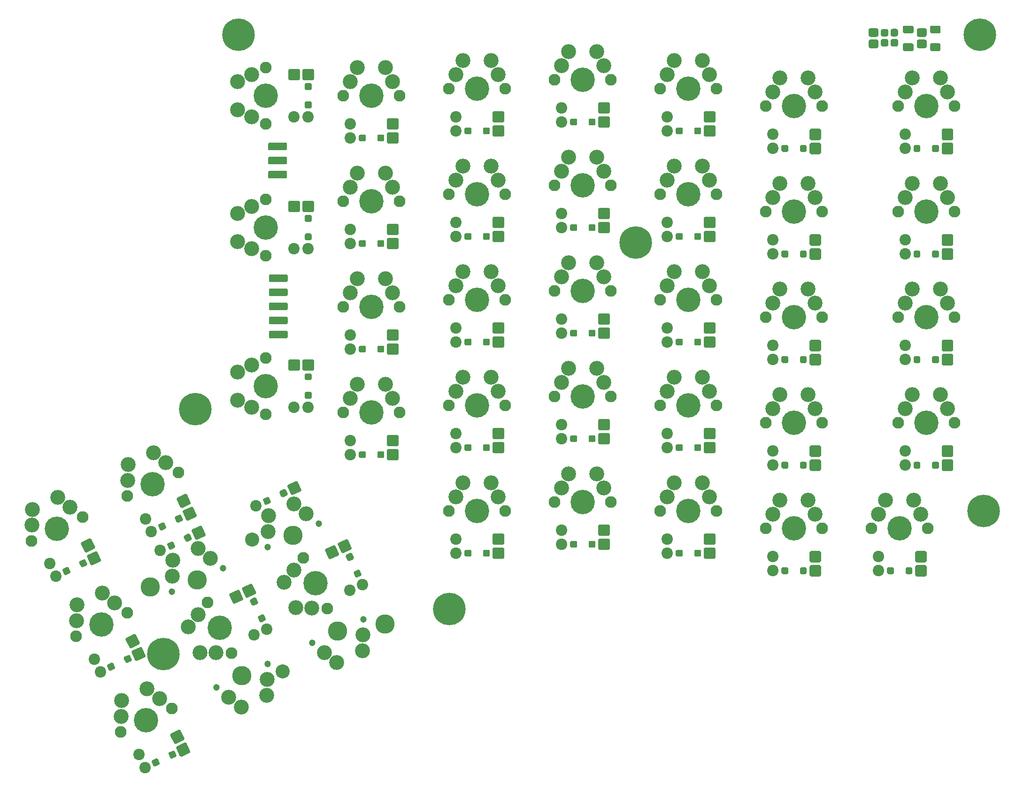
<source format=gbr>
%TF.GenerationSoftware,KiCad,Pcbnew,5.1.9*%
%TF.CreationDate,2021-04-18T19:33:57+02:00*%
%TF.ProjectId,protoMxCog,70726f74-6f4d-4784-936f-672e6b696361,rev?*%
%TF.SameCoordinates,Original*%
%TF.FileFunction,Soldermask,Bot*%
%TF.FilePolarity,Negative*%
%FSLAX46Y46*%
G04 Gerber Fmt 4.6, Leading zero omitted, Abs format (unit mm)*
G04 Created by KiCad (PCBNEW 5.1.9) date 2021-04-18 19:33:57*
%MOMM*%
%LPD*%
G01*
G04 APERTURE LIST*
%ADD10C,2.692400*%
%ADD11C,1.193800*%
%ADD12C,3.479800*%
%ADD13C,4.394200*%
%ADD14C,2.108200*%
%ADD15C,2.057400*%
%ADD16C,2.540000*%
%ADD17C,5.867400*%
G04 APERTURE END LIST*
%TO.C,J2*%
G36*
G01*
X76314200Y-107690000D02*
X76314200Y-108690000D01*
G75*
G02*
X76111000Y-108893200I-203200J0D01*
G01*
X73111000Y-108893200D01*
G75*
G02*
X72907800Y-108690000I0J203200D01*
G01*
X72907800Y-107690000D01*
G75*
G02*
X73111000Y-107486800I203200J0D01*
G01*
X76111000Y-107486800D01*
G75*
G02*
X76314200Y-107690000I0J-203200D01*
G01*
G37*
G36*
G01*
X76314200Y-105150000D02*
X76314200Y-106150000D01*
G75*
G02*
X76111000Y-106353200I-203200J0D01*
G01*
X73111000Y-106353200D01*
G75*
G02*
X72907800Y-106150000I0J203200D01*
G01*
X72907800Y-105150000D01*
G75*
G02*
X73111000Y-104946800I203200J0D01*
G01*
X76111000Y-104946800D01*
G75*
G02*
X76314200Y-105150000I0J-203200D01*
G01*
G37*
G36*
G01*
X76314200Y-102610000D02*
X76314200Y-103610000D01*
G75*
G02*
X76111000Y-103813200I-203200J0D01*
G01*
X73111000Y-103813200D01*
G75*
G02*
X72907800Y-103610000I0J203200D01*
G01*
X72907800Y-102610000D01*
G75*
G02*
X73111000Y-102406800I203200J0D01*
G01*
X76111000Y-102406800D01*
G75*
G02*
X76314200Y-102610000I0J-203200D01*
G01*
G37*
G36*
G01*
X76314200Y-100070000D02*
X76314200Y-101070000D01*
G75*
G02*
X76111000Y-101273200I-203200J0D01*
G01*
X73111000Y-101273200D01*
G75*
G02*
X72907800Y-101070000I0J203200D01*
G01*
X72907800Y-100070000D01*
G75*
G02*
X73111000Y-99866800I203200J0D01*
G01*
X76111000Y-99866800D01*
G75*
G02*
X76314200Y-100070000I0J-203200D01*
G01*
G37*
G36*
G01*
X76314200Y-97530000D02*
X76314200Y-98530000D01*
G75*
G02*
X76111000Y-98733200I-203200J0D01*
G01*
X73111000Y-98733200D01*
G75*
G02*
X72907800Y-98530000I0J203200D01*
G01*
X72907800Y-97530000D01*
G75*
G02*
X73111000Y-97326800I203200J0D01*
G01*
X76111000Y-97326800D01*
G75*
G02*
X76314200Y-97530000I0J-203200D01*
G01*
G37*
%TD*%
%TO.C,J1*%
G36*
G01*
X76173200Y-73750000D02*
X76173200Y-74750000D01*
G75*
G02*
X75970000Y-74953200I-203200J0D01*
G01*
X72970000Y-74953200D01*
G75*
G02*
X72766800Y-74750000I0J203200D01*
G01*
X72766800Y-73750000D01*
G75*
G02*
X72970000Y-73546800I203200J0D01*
G01*
X75970000Y-73546800D01*
G75*
G02*
X76173200Y-73750000I0J-203200D01*
G01*
G37*
G36*
G01*
X76173200Y-76290000D02*
X76173200Y-77290000D01*
G75*
G02*
X75970000Y-77493200I-203200J0D01*
G01*
X72970000Y-77493200D01*
G75*
G02*
X72766800Y-77290000I0J203200D01*
G01*
X72766800Y-76290000D01*
G75*
G02*
X72970000Y-76086800I203200J0D01*
G01*
X75970000Y-76086800D01*
G75*
G02*
X76173200Y-76290000I0J-203200D01*
G01*
G37*
G36*
G01*
X76173200Y-78830000D02*
X76173200Y-79830000D01*
G75*
G02*
X75970000Y-80033200I-203200J0D01*
G01*
X72970000Y-80033200D01*
G75*
G02*
X72766800Y-79830000I0J203200D01*
G01*
X72766800Y-78830000D01*
G75*
G02*
X72970000Y-78626800I203200J0D01*
G01*
X75970000Y-78626800D01*
G75*
G02*
X76173200Y-78830000I0J-203200D01*
G01*
G37*
%TD*%
%TO.C,R4*%
G36*
G01*
X185360900Y-54859300D02*
X186039100Y-54859300D01*
G75*
G02*
X186378200Y-55198400I0J-339100D01*
G01*
X186378200Y-55901600D01*
G75*
G02*
X186039100Y-56240700I-339100J0D01*
G01*
X185360900Y-56240700D01*
G75*
G02*
X185021800Y-55901600I0J339100D01*
G01*
X185021800Y-55198400D01*
G75*
G02*
X185360900Y-54859300I339100J0D01*
G01*
G37*
G36*
G01*
X185360900Y-53034300D02*
X186039100Y-53034300D01*
G75*
G02*
X186378200Y-53373400I0J-339100D01*
G01*
X186378200Y-54076600D01*
G75*
G02*
X186039100Y-54415700I-339100J0D01*
G01*
X185360900Y-54415700D01*
G75*
G02*
X185021800Y-54076600I0J339100D01*
G01*
X185021800Y-53373400D01*
G75*
G02*
X185360900Y-53034300I339100J0D01*
G01*
G37*
%TD*%
%TO.C,R3*%
G36*
G01*
X183610900Y-54871800D02*
X184289100Y-54871800D01*
G75*
G02*
X184628200Y-55210900I0J-339100D01*
G01*
X184628200Y-55914100D01*
G75*
G02*
X184289100Y-56253200I-339100J0D01*
G01*
X183610900Y-56253200D01*
G75*
G02*
X183271800Y-55914100I0J339100D01*
G01*
X183271800Y-55210900D01*
G75*
G02*
X183610900Y-54871800I339100J0D01*
G01*
G37*
G36*
G01*
X183610900Y-53046800D02*
X184289100Y-53046800D01*
G75*
G02*
X184628200Y-53385900I0J-339100D01*
G01*
X184628200Y-54089100D01*
G75*
G02*
X184289100Y-54428200I-339100J0D01*
G01*
X183610900Y-54428200D01*
G75*
G02*
X183271800Y-54089100I0J339100D01*
G01*
X183271800Y-53385900D01*
G75*
G02*
X183610900Y-53046800I339100J0D01*
G01*
G37*
%TD*%
%TO.C,D6*%
G36*
G01*
X190085146Y-54971800D02*
X191214854Y-54971800D01*
G75*
G02*
X191553200Y-55310146I0J-338346D01*
G01*
X191553200Y-56189854D01*
G75*
G02*
X191214854Y-56528200I-338346J0D01*
G01*
X190085146Y-56528200D01*
G75*
G02*
X189746800Y-56189854I0J338346D01*
G01*
X189746800Y-55310146D01*
G75*
G02*
X190085146Y-54971800I338346J0D01*
G01*
G37*
G36*
G01*
X190085146Y-52921800D02*
X191214854Y-52921800D01*
G75*
G02*
X191553200Y-53260146I0J-338346D01*
G01*
X191553200Y-54139854D01*
G75*
G02*
X191214854Y-54478200I-338346J0D01*
G01*
X190085146Y-54478200D01*
G75*
G02*
X189746800Y-54139854I0J338346D01*
G01*
X189746800Y-53260146D01*
G75*
G02*
X190085146Y-52921800I338346J0D01*
G01*
G37*
%TD*%
%TO.C,D4*%
G36*
G01*
X194053200Y-52650000D02*
X194053200Y-53650000D01*
G75*
G02*
X193850000Y-53853200I-203200J0D01*
G01*
X192350000Y-53853200D01*
G75*
G02*
X192146800Y-53650000I0J203200D01*
G01*
X192146800Y-52650000D01*
G75*
G02*
X192350000Y-52446800I203200J0D01*
G01*
X193850000Y-52446800D01*
G75*
G02*
X194053200Y-52650000I0J-203200D01*
G01*
G37*
G36*
G01*
X194053200Y-55850000D02*
X194053200Y-56850000D01*
G75*
G02*
X193850000Y-57053200I-203200J0D01*
G01*
X192350000Y-57053200D01*
G75*
G02*
X192146800Y-56850000I0J203200D01*
G01*
X192146800Y-55850000D01*
G75*
G02*
X192350000Y-55646800I203200J0D01*
G01*
X193850000Y-55646800D01*
G75*
G02*
X194053200Y-55850000I0J-203200D01*
G01*
G37*
G36*
G01*
X189153200Y-52650000D02*
X189153200Y-53650000D01*
G75*
G02*
X188950000Y-53853200I-203200J0D01*
G01*
X187450000Y-53853200D01*
G75*
G02*
X187246800Y-53650000I0J203200D01*
G01*
X187246800Y-52650000D01*
G75*
G02*
X187450000Y-52446800I203200J0D01*
G01*
X188950000Y-52446800D01*
G75*
G02*
X189153200Y-52650000I0J-203200D01*
G01*
G37*
G36*
G01*
X189153200Y-55850000D02*
X189153200Y-56850000D01*
G75*
G02*
X188950000Y-57053200I-203200J0D01*
G01*
X187450000Y-57053200D01*
G75*
G02*
X187246800Y-56850000I0J203200D01*
G01*
X187246800Y-55850000D01*
G75*
G02*
X187450000Y-55646800I203200J0D01*
G01*
X188950000Y-55646800D01*
G75*
G02*
X189153200Y-55850000I0J-203200D01*
G01*
G37*
%TD*%
%TO.C,D3*%
G36*
G01*
X181385146Y-54971800D02*
X182514854Y-54971800D01*
G75*
G02*
X182853200Y-55310146I0J-338346D01*
G01*
X182853200Y-56189854D01*
G75*
G02*
X182514854Y-56528200I-338346J0D01*
G01*
X181385146Y-56528200D01*
G75*
G02*
X181046800Y-56189854I0J338346D01*
G01*
X181046800Y-55310146D01*
G75*
G02*
X181385146Y-54971800I338346J0D01*
G01*
G37*
G36*
G01*
X181385146Y-52921800D02*
X182514854Y-52921800D01*
G75*
G02*
X182853200Y-53260146I0J-338346D01*
G01*
X182853200Y-54139854D01*
G75*
G02*
X182514854Y-54478200I-338346J0D01*
G01*
X181385146Y-54478200D01*
G75*
G02*
X181046800Y-54139854I0J338346D01*
G01*
X181046800Y-53260146D01*
G75*
G02*
X181385146Y-52921800I338346J0D01*
G01*
G37*
%TD*%
D10*
%TO.C,SX0:11*%
X72513303Y-173278793D03*
X65684798Y-173660397D03*
D11*
X63460336Y-171895101D03*
X72668424Y-167601299D03*
D12*
X68064380Y-169748200D03*
D10*
X72590863Y-170440046D03*
X67909259Y-175425694D03*
%TD*%
%TO.C,SX0:10*%
X89780223Y-165229533D03*
X82951718Y-165611137D03*
D11*
X80727256Y-163845841D03*
X89935344Y-159552039D03*
D12*
X85331300Y-161698940D03*
D10*
X89857783Y-162390786D03*
X85176179Y-167376434D03*
%TD*%
%TO.C,SX1:8*%
X72830577Y-140901427D03*
X79659082Y-140519823D03*
D11*
X81883544Y-142285119D03*
X72675456Y-146578921D03*
D12*
X77279500Y-144432020D03*
D10*
X72753017Y-143740174D03*
X77434621Y-138754526D03*
%TD*%
%TO.C,SX1:7*%
X55566197Y-148953227D03*
X62394702Y-148571623D03*
D11*
X64619164Y-150336919D03*
X55411076Y-154630721D03*
D12*
X60015120Y-152483820D03*
D10*
X55488637Y-151791974D03*
X60170241Y-146806326D03*
%TD*%
%TO.C,SW0:11*%
X58360986Y-160962159D03*
X63346634Y-165643763D03*
D13*
X64038480Y-161117280D03*
D14*
X66185381Y-165721324D03*
X61891579Y-156513236D03*
D10*
X60126283Y-158737698D03*
X60507887Y-165566203D03*
D15*
X70252699Y-162423412D03*
G36*
G01*
X68215252Y-156100795D02*
X66718938Y-156798537D01*
G75*
G02*
X66448900Y-156700251I-85876J184162D01*
G01*
X65751158Y-155203937D01*
G75*
G02*
X65849444Y-154933899I184162J85876D01*
G01*
X67345758Y-154236157D01*
G75*
G02*
X67615796Y-154334443I85876J-184162D01*
G01*
X68313538Y-155830757D01*
G75*
G02*
X68215252Y-156100795I-184162J-85876D01*
G01*
G37*
X72554721Y-161349962D03*
G36*
G01*
X70517274Y-155027344D02*
X69020960Y-155725086D01*
G75*
G02*
X68750922Y-155626800I-85876J184162D01*
G01*
X68053180Y-154130486D01*
G75*
G02*
X68151466Y-153860448I184162J85876D01*
G01*
X69647780Y-153162706D01*
G75*
G02*
X69917818Y-153260992I85876J-184162D01*
G01*
X70615560Y-154757306D01*
G75*
G02*
X70517274Y-155027344I-184162J-85876D01*
G01*
G37*
G36*
G01*
X72290485Y-159791629D02*
X71530816Y-160145868D01*
G75*
G02*
X71260779Y-160047583I-85876J184161D01*
G01*
X70906540Y-159287914D01*
G75*
G02*
X71004825Y-159017877I184161J85876D01*
G01*
X71764494Y-158663638D01*
G75*
G02*
X72034531Y-158761923I85876J-184161D01*
G01*
X72388770Y-159521592D01*
G75*
G02*
X72290485Y-159791629I-184161J-85876D01*
G01*
G37*
G36*
G01*
X70884265Y-156775981D02*
X70124596Y-157130220D01*
G75*
G02*
X69854559Y-157031935I-85876J184161D01*
G01*
X69500320Y-156272266D01*
G75*
G02*
X69598605Y-156002229I184161J85876D01*
G01*
X70358274Y-155647990D01*
G75*
G02*
X70628311Y-155746275I85876J-184161D01*
G01*
X70982550Y-156505944D01*
G75*
G02*
X70884265Y-156775981I-184161J-85876D01*
G01*
G37*
%TD*%
D10*
%TO.C,SW0:10*%
X75625366Y-152910359D03*
X80611014Y-157591963D03*
D13*
X81302860Y-153065480D03*
D14*
X83449761Y-157669524D03*
X79155959Y-148461436D03*
D10*
X77390663Y-150685898D03*
X77772267Y-157514403D03*
D15*
X87517079Y-154371612D03*
G36*
G01*
X85479632Y-148048995D02*
X83983318Y-148746737D01*
G75*
G02*
X83713280Y-148648451I-85876J184162D01*
G01*
X83015538Y-147152137D01*
G75*
G02*
X83113824Y-146882099I184162J85876D01*
G01*
X84610138Y-146184357D01*
G75*
G02*
X84880176Y-146282643I85876J-184162D01*
G01*
X85577918Y-147778957D01*
G75*
G02*
X85479632Y-148048995I-184162J-85876D01*
G01*
G37*
X89819101Y-153298162D03*
G36*
G01*
X87781654Y-146975544D02*
X86285340Y-147673286D01*
G75*
G02*
X86015302Y-147575000I-85876J184162D01*
G01*
X85317560Y-146078686D01*
G75*
G02*
X85415846Y-145808648I184162J85876D01*
G01*
X86912160Y-145110906D01*
G75*
G02*
X87182198Y-145209192I85876J-184162D01*
G01*
X87879940Y-146705506D01*
G75*
G02*
X87781654Y-146975544I-184162J-85876D01*
G01*
G37*
G36*
G01*
X89554865Y-151739829D02*
X88795196Y-152094068D01*
G75*
G02*
X88525159Y-151995783I-85876J184161D01*
G01*
X88170920Y-151236114D01*
G75*
G02*
X88269205Y-150966077I184161J85876D01*
G01*
X89028874Y-150611838D01*
G75*
G02*
X89298911Y-150710123I85876J-184161D01*
G01*
X89653150Y-151469792D01*
G75*
G02*
X89554865Y-151739829I-184161J-85876D01*
G01*
G37*
G36*
G01*
X88148645Y-148724181D02*
X87388976Y-149078420D01*
G75*
G02*
X87118939Y-148980135I-85876J184161D01*
G01*
X86764700Y-148220466D01*
G75*
G02*
X86862985Y-147950429I184161J85876D01*
G01*
X87622654Y-147596190D01*
G75*
G02*
X87892691Y-147694475I85876J-184161D01*
G01*
X88246930Y-148454144D01*
G75*
G02*
X88148645Y-148724181I-184161J-85876D01*
G01*
G37*
%TD*%
D10*
%TO.C,SW5:13*%
X193992500Y-61925200D03*
X187642500Y-64465200D03*
D13*
X191452500Y-67005200D03*
D14*
X186372500Y-67005200D03*
X196532500Y-67005200D03*
D10*
X195262500Y-64465200D03*
X188912500Y-61925200D03*
D15*
X187642500Y-72085200D03*
G36*
G01*
X194233800Y-72910700D02*
X194233800Y-71259700D01*
G75*
G02*
X194437000Y-71056500I203200J0D01*
G01*
X196088000Y-71056500D01*
G75*
G02*
X196291200Y-71259700I0J-203200D01*
G01*
X196291200Y-72910700D01*
G75*
G02*
X196088000Y-73113900I-203200J0D01*
G01*
X194437000Y-73113900D01*
G75*
G02*
X194233800Y-72910700I0J203200D01*
G01*
G37*
X187642500Y-74625200D03*
G36*
G01*
X194233800Y-75450700D02*
X194233800Y-73799700D01*
G75*
G02*
X194437000Y-73596500I203200J0D01*
G01*
X196088000Y-73596500D01*
G75*
G02*
X196291200Y-73799700I0J-203200D01*
G01*
X196291200Y-75450700D01*
G75*
G02*
X196088000Y-75653900I-203200J0D01*
G01*
X194437000Y-75653900D01*
G75*
G02*
X194233800Y-75450700I0J203200D01*
G01*
G37*
G36*
G01*
X189166500Y-75044301D02*
X189166500Y-74206099D01*
G75*
G02*
X189369699Y-74002900I203199J0D01*
G01*
X190207901Y-74002900D01*
G75*
G02*
X190411100Y-74206099I0J-203199D01*
G01*
X190411100Y-75044301D01*
G75*
G02*
X190207901Y-75247500I-203199J0D01*
G01*
X189369699Y-75247500D01*
G75*
G02*
X189166500Y-75044301I0J203199D01*
G01*
G37*
G36*
G01*
X192493900Y-75044301D02*
X192493900Y-74206099D01*
G75*
G02*
X192697099Y-74002900I203199J0D01*
G01*
X193535301Y-74002900D01*
G75*
G02*
X193738500Y-74206099I0J-203199D01*
G01*
X193738500Y-75044301D01*
G75*
G02*
X193535301Y-75247500I-203199J0D01*
G01*
X192697099Y-75247500D01*
G75*
G02*
X192493900Y-75044301I0J203199D01*
G01*
G37*
%TD*%
D10*
%TO.C,SW5:12*%
X170180000Y-61925200D03*
X163830000Y-64465200D03*
D13*
X167640000Y-67005200D03*
D14*
X162560000Y-67005200D03*
X172720000Y-67005200D03*
D10*
X171450000Y-64465200D03*
X165100000Y-61925200D03*
D15*
X163830000Y-72085200D03*
G36*
G01*
X170421300Y-72910700D02*
X170421300Y-71259700D01*
G75*
G02*
X170624500Y-71056500I203200J0D01*
G01*
X172275500Y-71056500D01*
G75*
G02*
X172478700Y-71259700I0J-203200D01*
G01*
X172478700Y-72910700D01*
G75*
G02*
X172275500Y-73113900I-203200J0D01*
G01*
X170624500Y-73113900D01*
G75*
G02*
X170421300Y-72910700I0J203200D01*
G01*
G37*
X163830000Y-74625200D03*
G36*
G01*
X170421300Y-75450700D02*
X170421300Y-73799700D01*
G75*
G02*
X170624500Y-73596500I203200J0D01*
G01*
X172275500Y-73596500D01*
G75*
G02*
X172478700Y-73799700I0J-203200D01*
G01*
X172478700Y-75450700D01*
G75*
G02*
X172275500Y-75653900I-203200J0D01*
G01*
X170624500Y-75653900D01*
G75*
G02*
X170421300Y-75450700I0J203200D01*
G01*
G37*
G36*
G01*
X165354000Y-75044301D02*
X165354000Y-74206099D01*
G75*
G02*
X165557199Y-74002900I203199J0D01*
G01*
X166395401Y-74002900D01*
G75*
G02*
X166598600Y-74206099I0J-203199D01*
G01*
X166598600Y-75044301D01*
G75*
G02*
X166395401Y-75247500I-203199J0D01*
G01*
X165557199Y-75247500D01*
G75*
G02*
X165354000Y-75044301I0J203199D01*
G01*
G37*
G36*
G01*
X168681400Y-75044301D02*
X168681400Y-74206099D01*
G75*
G02*
X168884599Y-74002900I203199J0D01*
G01*
X169722801Y-74002900D01*
G75*
G02*
X169926000Y-74206099I0J-203199D01*
G01*
X169926000Y-75044301D01*
G75*
G02*
X169722801Y-75247500I-203199J0D01*
G01*
X168884599Y-75247500D01*
G75*
G02*
X168681400Y-75044301I0J203199D01*
G01*
G37*
%TD*%
D10*
%TO.C,SW5:11*%
X151130000Y-58747660D03*
X144780000Y-61287660D03*
D13*
X148590000Y-63827660D03*
D14*
X143510000Y-63827660D03*
X153670000Y-63827660D03*
D10*
X152400000Y-61287660D03*
X146050000Y-58747660D03*
D15*
X144780000Y-68907660D03*
G36*
G01*
X151371300Y-69733160D02*
X151371300Y-68082160D01*
G75*
G02*
X151574500Y-67878960I203200J0D01*
G01*
X153225500Y-67878960D01*
G75*
G02*
X153428700Y-68082160I0J-203200D01*
G01*
X153428700Y-69733160D01*
G75*
G02*
X153225500Y-69936360I-203200J0D01*
G01*
X151574500Y-69936360D01*
G75*
G02*
X151371300Y-69733160I0J203200D01*
G01*
G37*
X144780000Y-71447660D03*
G36*
G01*
X151371300Y-72273160D02*
X151371300Y-70622160D01*
G75*
G02*
X151574500Y-70418960I203200J0D01*
G01*
X153225500Y-70418960D01*
G75*
G02*
X153428700Y-70622160I0J-203200D01*
G01*
X153428700Y-72273160D01*
G75*
G02*
X153225500Y-72476360I-203200J0D01*
G01*
X151574500Y-72476360D01*
G75*
G02*
X151371300Y-72273160I0J203200D01*
G01*
G37*
G36*
G01*
X146304000Y-71866761D02*
X146304000Y-71028559D01*
G75*
G02*
X146507199Y-70825360I203199J0D01*
G01*
X147345401Y-70825360D01*
G75*
G02*
X147548600Y-71028559I0J-203199D01*
G01*
X147548600Y-71866761D01*
G75*
G02*
X147345401Y-72069960I-203199J0D01*
G01*
X146507199Y-72069960D01*
G75*
G02*
X146304000Y-71866761I0J203199D01*
G01*
G37*
G36*
G01*
X149631400Y-71866761D02*
X149631400Y-71028559D01*
G75*
G02*
X149834599Y-70825360I203199J0D01*
G01*
X150672801Y-70825360D01*
G75*
G02*
X150876000Y-71028559I0J-203199D01*
G01*
X150876000Y-71866761D01*
G75*
G02*
X150672801Y-72069960I-203199J0D01*
G01*
X149834599Y-72069960D01*
G75*
G02*
X149631400Y-71866761I0J203199D01*
G01*
G37*
%TD*%
D10*
%TO.C,SW5:10*%
X132080000Y-57150000D03*
X125730000Y-59690000D03*
D13*
X129540000Y-62230000D03*
D14*
X124460000Y-62230000D03*
X134620000Y-62230000D03*
D10*
X133350000Y-59690000D03*
X127000000Y-57150000D03*
D15*
X125730000Y-67310000D03*
G36*
G01*
X132321300Y-68135500D02*
X132321300Y-66484500D01*
G75*
G02*
X132524500Y-66281300I203200J0D01*
G01*
X134175500Y-66281300D01*
G75*
G02*
X134378700Y-66484500I0J-203200D01*
G01*
X134378700Y-68135500D01*
G75*
G02*
X134175500Y-68338700I-203200J0D01*
G01*
X132524500Y-68338700D01*
G75*
G02*
X132321300Y-68135500I0J203200D01*
G01*
G37*
X125730000Y-69850000D03*
G36*
G01*
X132321300Y-70675500D02*
X132321300Y-69024500D01*
G75*
G02*
X132524500Y-68821300I203200J0D01*
G01*
X134175500Y-68821300D01*
G75*
G02*
X134378700Y-69024500I0J-203200D01*
G01*
X134378700Y-70675500D01*
G75*
G02*
X134175500Y-70878700I-203200J0D01*
G01*
X132524500Y-70878700D01*
G75*
G02*
X132321300Y-70675500I0J203200D01*
G01*
G37*
G36*
G01*
X127254000Y-70269101D02*
X127254000Y-69430899D01*
G75*
G02*
X127457199Y-69227700I203199J0D01*
G01*
X128295401Y-69227700D01*
G75*
G02*
X128498600Y-69430899I0J-203199D01*
G01*
X128498600Y-70269101D01*
G75*
G02*
X128295401Y-70472300I-203199J0D01*
G01*
X127457199Y-70472300D01*
G75*
G02*
X127254000Y-70269101I0J203199D01*
G01*
G37*
G36*
G01*
X130581400Y-70269101D02*
X130581400Y-69430899D01*
G75*
G02*
X130784599Y-69227700I203199J0D01*
G01*
X131622801Y-69227700D01*
G75*
G02*
X131826000Y-69430899I0J-203199D01*
G01*
X131826000Y-70269101D01*
G75*
G02*
X131622801Y-70472300I-203199J0D01*
G01*
X130784599Y-70472300D01*
G75*
G02*
X130581400Y-70269101I0J203199D01*
G01*
G37*
%TD*%
D10*
%TO.C,SW5:9*%
X113030000Y-58747660D03*
X106680000Y-61287660D03*
D13*
X110490000Y-63827660D03*
D14*
X105410000Y-63827660D03*
X115570000Y-63827660D03*
D10*
X114300000Y-61287660D03*
X107950000Y-58747660D03*
D15*
X106680000Y-68907660D03*
G36*
G01*
X113271300Y-69733160D02*
X113271300Y-68082160D01*
G75*
G02*
X113474500Y-67878960I203200J0D01*
G01*
X115125500Y-67878960D01*
G75*
G02*
X115328700Y-68082160I0J-203200D01*
G01*
X115328700Y-69733160D01*
G75*
G02*
X115125500Y-69936360I-203200J0D01*
G01*
X113474500Y-69936360D01*
G75*
G02*
X113271300Y-69733160I0J203200D01*
G01*
G37*
X106680000Y-71447660D03*
G36*
G01*
X113271300Y-72273160D02*
X113271300Y-70622160D01*
G75*
G02*
X113474500Y-70418960I203200J0D01*
G01*
X115125500Y-70418960D01*
G75*
G02*
X115328700Y-70622160I0J-203200D01*
G01*
X115328700Y-72273160D01*
G75*
G02*
X115125500Y-72476360I-203200J0D01*
G01*
X113474500Y-72476360D01*
G75*
G02*
X113271300Y-72273160I0J203200D01*
G01*
G37*
G36*
G01*
X108204000Y-71866761D02*
X108204000Y-71028559D01*
G75*
G02*
X108407199Y-70825360I203199J0D01*
G01*
X109245401Y-70825360D01*
G75*
G02*
X109448600Y-71028559I0J-203199D01*
G01*
X109448600Y-71866761D01*
G75*
G02*
X109245401Y-72069960I-203199J0D01*
G01*
X108407199Y-72069960D01*
G75*
G02*
X108204000Y-71866761I0J203199D01*
G01*
G37*
G36*
G01*
X111531400Y-71866761D02*
X111531400Y-71028559D01*
G75*
G02*
X111734599Y-70825360I203199J0D01*
G01*
X112572801Y-70825360D01*
G75*
G02*
X112776000Y-71028559I0J-203199D01*
G01*
X112776000Y-71866761D01*
G75*
G02*
X112572801Y-72069960I-203199J0D01*
G01*
X111734599Y-72069960D01*
G75*
G02*
X111531400Y-71866761I0J203199D01*
G01*
G37*
%TD*%
D10*
%TO.C,SW5:8*%
X93980000Y-60020200D03*
X87630000Y-62560200D03*
D13*
X91440000Y-65100200D03*
D14*
X86360000Y-65100200D03*
X96520000Y-65100200D03*
D10*
X95250000Y-62560200D03*
X88900000Y-60020200D03*
D15*
X87630000Y-70180200D03*
G36*
G01*
X94221300Y-71005700D02*
X94221300Y-69354700D01*
G75*
G02*
X94424500Y-69151500I203200J0D01*
G01*
X96075500Y-69151500D01*
G75*
G02*
X96278700Y-69354700I0J-203200D01*
G01*
X96278700Y-71005700D01*
G75*
G02*
X96075500Y-71208900I-203200J0D01*
G01*
X94424500Y-71208900D01*
G75*
G02*
X94221300Y-71005700I0J203200D01*
G01*
G37*
X87630000Y-72720200D03*
G36*
G01*
X94221300Y-73545700D02*
X94221300Y-71894700D01*
G75*
G02*
X94424500Y-71691500I203200J0D01*
G01*
X96075500Y-71691500D01*
G75*
G02*
X96278700Y-71894700I0J-203200D01*
G01*
X96278700Y-73545700D01*
G75*
G02*
X96075500Y-73748900I-203200J0D01*
G01*
X94424500Y-73748900D01*
G75*
G02*
X94221300Y-73545700I0J203200D01*
G01*
G37*
G36*
G01*
X89154000Y-73139301D02*
X89154000Y-72301099D01*
G75*
G02*
X89357199Y-72097900I203199J0D01*
G01*
X90195401Y-72097900D01*
G75*
G02*
X90398600Y-72301099I0J-203199D01*
G01*
X90398600Y-73139301D01*
G75*
G02*
X90195401Y-73342500I-203199J0D01*
G01*
X89357199Y-73342500D01*
G75*
G02*
X89154000Y-73139301I0J203199D01*
G01*
G37*
G36*
G01*
X92481400Y-73139301D02*
X92481400Y-72301099D01*
G75*
G02*
X92684599Y-72097900I203199J0D01*
G01*
X93522801Y-72097900D01*
G75*
G02*
X93726000Y-72301099I0J-203199D01*
G01*
X93726000Y-73139301D01*
G75*
G02*
X93522801Y-73342500I-203199J0D01*
G01*
X92684599Y-73342500D01*
G75*
G02*
X92481400Y-73139301I0J203199D01*
G01*
G37*
%TD*%
D10*
%TO.C,SW5:7*%
X67310000Y-62560200D03*
X69850000Y-68910200D03*
D13*
X72390000Y-65100200D03*
D14*
X72390000Y-70180200D03*
X72390000Y-60020200D03*
D10*
X69850000Y-61290200D03*
X67310000Y-67640200D03*
D15*
X77470000Y-68910200D03*
G36*
G01*
X78295500Y-62318900D02*
X76644500Y-62318900D01*
G75*
G02*
X76441300Y-62115700I0J203200D01*
G01*
X76441300Y-60464700D01*
G75*
G02*
X76644500Y-60261500I203200J0D01*
G01*
X78295500Y-60261500D01*
G75*
G02*
X78498700Y-60464700I0J-203200D01*
G01*
X78498700Y-62115700D01*
G75*
G02*
X78295500Y-62318900I-203200J0D01*
G01*
G37*
X80010000Y-68910200D03*
G36*
G01*
X80835500Y-62318900D02*
X79184500Y-62318900D01*
G75*
G02*
X78981300Y-62115700I0J203200D01*
G01*
X78981300Y-60464700D01*
G75*
G02*
X79184500Y-60261500I203200J0D01*
G01*
X80835500Y-60261500D01*
G75*
G02*
X81038700Y-60464700I0J-203200D01*
G01*
X81038700Y-62115700D01*
G75*
G02*
X80835500Y-62318900I-203200J0D01*
G01*
G37*
G36*
G01*
X80429101Y-67386200D02*
X79590899Y-67386200D01*
G75*
G02*
X79387700Y-67183001I0J203199D01*
G01*
X79387700Y-66344799D01*
G75*
G02*
X79590899Y-66141600I203199J0D01*
G01*
X80429101Y-66141600D01*
G75*
G02*
X80632300Y-66344799I0J-203199D01*
G01*
X80632300Y-67183001D01*
G75*
G02*
X80429101Y-67386200I-203199J0D01*
G01*
G37*
G36*
G01*
X80429101Y-64058800D02*
X79590899Y-64058800D01*
G75*
G02*
X79387700Y-63855601I0J203199D01*
G01*
X79387700Y-63017399D01*
G75*
G02*
X79590899Y-62814200I203199J0D01*
G01*
X80429101Y-62814200D01*
G75*
G02*
X80632300Y-63017399I0J-203199D01*
G01*
X80632300Y-63855601D01*
G75*
G02*
X80429101Y-64058800I-203199J0D01*
G01*
G37*
%TD*%
D10*
%TO.C,SW4:13*%
X193992500Y-80972660D03*
X187642500Y-83512660D03*
D13*
X191452500Y-86052660D03*
D14*
X186372500Y-86052660D03*
X196532500Y-86052660D03*
D10*
X195262500Y-83512660D03*
X188912500Y-80972660D03*
D15*
X187642500Y-91132660D03*
G36*
G01*
X194233800Y-91958160D02*
X194233800Y-90307160D01*
G75*
G02*
X194437000Y-90103960I203200J0D01*
G01*
X196088000Y-90103960D01*
G75*
G02*
X196291200Y-90307160I0J-203200D01*
G01*
X196291200Y-91958160D01*
G75*
G02*
X196088000Y-92161360I-203200J0D01*
G01*
X194437000Y-92161360D01*
G75*
G02*
X194233800Y-91958160I0J203200D01*
G01*
G37*
X187642500Y-93672660D03*
G36*
G01*
X194233800Y-94498160D02*
X194233800Y-92847160D01*
G75*
G02*
X194437000Y-92643960I203200J0D01*
G01*
X196088000Y-92643960D01*
G75*
G02*
X196291200Y-92847160I0J-203200D01*
G01*
X196291200Y-94498160D01*
G75*
G02*
X196088000Y-94701360I-203200J0D01*
G01*
X194437000Y-94701360D01*
G75*
G02*
X194233800Y-94498160I0J203200D01*
G01*
G37*
G36*
G01*
X189166500Y-94091761D02*
X189166500Y-93253559D01*
G75*
G02*
X189369699Y-93050360I203199J0D01*
G01*
X190207901Y-93050360D01*
G75*
G02*
X190411100Y-93253559I0J-203199D01*
G01*
X190411100Y-94091761D01*
G75*
G02*
X190207901Y-94294960I-203199J0D01*
G01*
X189369699Y-94294960D01*
G75*
G02*
X189166500Y-94091761I0J203199D01*
G01*
G37*
G36*
G01*
X192493900Y-94091761D02*
X192493900Y-93253559D01*
G75*
G02*
X192697099Y-93050360I203199J0D01*
G01*
X193535301Y-93050360D01*
G75*
G02*
X193738500Y-93253559I0J-203199D01*
G01*
X193738500Y-94091761D01*
G75*
G02*
X193535301Y-94294960I-203199J0D01*
G01*
X192697099Y-94294960D01*
G75*
G02*
X192493900Y-94091761I0J203199D01*
G01*
G37*
%TD*%
D10*
%TO.C,SW4:12*%
X170180000Y-80972660D03*
X163830000Y-83512660D03*
D13*
X167640000Y-86052660D03*
D14*
X162560000Y-86052660D03*
X172720000Y-86052660D03*
D10*
X171450000Y-83512660D03*
X165100000Y-80972660D03*
D15*
X163830000Y-91132660D03*
G36*
G01*
X170421300Y-91958160D02*
X170421300Y-90307160D01*
G75*
G02*
X170624500Y-90103960I203200J0D01*
G01*
X172275500Y-90103960D01*
G75*
G02*
X172478700Y-90307160I0J-203200D01*
G01*
X172478700Y-91958160D01*
G75*
G02*
X172275500Y-92161360I-203200J0D01*
G01*
X170624500Y-92161360D01*
G75*
G02*
X170421300Y-91958160I0J203200D01*
G01*
G37*
X163830000Y-93672660D03*
G36*
G01*
X170421300Y-94498160D02*
X170421300Y-92847160D01*
G75*
G02*
X170624500Y-92643960I203200J0D01*
G01*
X172275500Y-92643960D01*
G75*
G02*
X172478700Y-92847160I0J-203200D01*
G01*
X172478700Y-94498160D01*
G75*
G02*
X172275500Y-94701360I-203200J0D01*
G01*
X170624500Y-94701360D01*
G75*
G02*
X170421300Y-94498160I0J203200D01*
G01*
G37*
G36*
G01*
X165354000Y-94091761D02*
X165354000Y-93253559D01*
G75*
G02*
X165557199Y-93050360I203199J0D01*
G01*
X166395401Y-93050360D01*
G75*
G02*
X166598600Y-93253559I0J-203199D01*
G01*
X166598600Y-94091761D01*
G75*
G02*
X166395401Y-94294960I-203199J0D01*
G01*
X165557199Y-94294960D01*
G75*
G02*
X165354000Y-94091761I0J203199D01*
G01*
G37*
G36*
G01*
X168681400Y-94091761D02*
X168681400Y-93253559D01*
G75*
G02*
X168884599Y-93050360I203199J0D01*
G01*
X169722801Y-93050360D01*
G75*
G02*
X169926000Y-93253559I0J-203199D01*
G01*
X169926000Y-94091761D01*
G75*
G02*
X169722801Y-94294960I-203199J0D01*
G01*
X168884599Y-94294960D01*
G75*
G02*
X168681400Y-94091761I0J203199D01*
G01*
G37*
%TD*%
D10*
%TO.C,SW4:11*%
X151130000Y-77797660D03*
X144780000Y-80337660D03*
D13*
X148590000Y-82877660D03*
D14*
X143510000Y-82877660D03*
X153670000Y-82877660D03*
D10*
X152400000Y-80337660D03*
X146050000Y-77797660D03*
D15*
X144780000Y-87957660D03*
G36*
G01*
X151371300Y-88783160D02*
X151371300Y-87132160D01*
G75*
G02*
X151574500Y-86928960I203200J0D01*
G01*
X153225500Y-86928960D01*
G75*
G02*
X153428700Y-87132160I0J-203200D01*
G01*
X153428700Y-88783160D01*
G75*
G02*
X153225500Y-88986360I-203200J0D01*
G01*
X151574500Y-88986360D01*
G75*
G02*
X151371300Y-88783160I0J203200D01*
G01*
G37*
X144780000Y-90497660D03*
G36*
G01*
X151371300Y-91323160D02*
X151371300Y-89672160D01*
G75*
G02*
X151574500Y-89468960I203200J0D01*
G01*
X153225500Y-89468960D01*
G75*
G02*
X153428700Y-89672160I0J-203200D01*
G01*
X153428700Y-91323160D01*
G75*
G02*
X153225500Y-91526360I-203200J0D01*
G01*
X151574500Y-91526360D01*
G75*
G02*
X151371300Y-91323160I0J203200D01*
G01*
G37*
G36*
G01*
X146304000Y-90916761D02*
X146304000Y-90078559D01*
G75*
G02*
X146507199Y-89875360I203199J0D01*
G01*
X147345401Y-89875360D01*
G75*
G02*
X147548600Y-90078559I0J-203199D01*
G01*
X147548600Y-90916761D01*
G75*
G02*
X147345401Y-91119960I-203199J0D01*
G01*
X146507199Y-91119960D01*
G75*
G02*
X146304000Y-90916761I0J203199D01*
G01*
G37*
G36*
G01*
X149631400Y-90916761D02*
X149631400Y-90078559D01*
G75*
G02*
X149834599Y-89875360I203199J0D01*
G01*
X150672801Y-89875360D01*
G75*
G02*
X150876000Y-90078559I0J-203199D01*
G01*
X150876000Y-90916761D01*
G75*
G02*
X150672801Y-91119960I-203199J0D01*
G01*
X149834599Y-91119960D01*
G75*
G02*
X149631400Y-90916761I0J203199D01*
G01*
G37*
%TD*%
D10*
%TO.C,SW4:10*%
X132080000Y-76200000D03*
X125730000Y-78740000D03*
D13*
X129540000Y-81280000D03*
D14*
X124460000Y-81280000D03*
X134620000Y-81280000D03*
D10*
X133350000Y-78740000D03*
X127000000Y-76200000D03*
D15*
X125730000Y-86360000D03*
G36*
G01*
X132321300Y-87185500D02*
X132321300Y-85534500D01*
G75*
G02*
X132524500Y-85331300I203200J0D01*
G01*
X134175500Y-85331300D01*
G75*
G02*
X134378700Y-85534500I0J-203200D01*
G01*
X134378700Y-87185500D01*
G75*
G02*
X134175500Y-87388700I-203200J0D01*
G01*
X132524500Y-87388700D01*
G75*
G02*
X132321300Y-87185500I0J203200D01*
G01*
G37*
X125730000Y-88900000D03*
G36*
G01*
X132321300Y-89725500D02*
X132321300Y-88074500D01*
G75*
G02*
X132524500Y-87871300I203200J0D01*
G01*
X134175500Y-87871300D01*
G75*
G02*
X134378700Y-88074500I0J-203200D01*
G01*
X134378700Y-89725500D01*
G75*
G02*
X134175500Y-89928700I-203200J0D01*
G01*
X132524500Y-89928700D01*
G75*
G02*
X132321300Y-89725500I0J203200D01*
G01*
G37*
G36*
G01*
X127254000Y-89319101D02*
X127254000Y-88480899D01*
G75*
G02*
X127457199Y-88277700I203199J0D01*
G01*
X128295401Y-88277700D01*
G75*
G02*
X128498600Y-88480899I0J-203199D01*
G01*
X128498600Y-89319101D01*
G75*
G02*
X128295401Y-89522300I-203199J0D01*
G01*
X127457199Y-89522300D01*
G75*
G02*
X127254000Y-89319101I0J203199D01*
G01*
G37*
G36*
G01*
X130581400Y-89319101D02*
X130581400Y-88480899D01*
G75*
G02*
X130784599Y-88277700I203199J0D01*
G01*
X131622801Y-88277700D01*
G75*
G02*
X131826000Y-88480899I0J-203199D01*
G01*
X131826000Y-89319101D01*
G75*
G02*
X131622801Y-89522300I-203199J0D01*
G01*
X130784599Y-89522300D01*
G75*
G02*
X130581400Y-89319101I0J203199D01*
G01*
G37*
%TD*%
D10*
%TO.C,SW4:9*%
X113030000Y-77797660D03*
X106680000Y-80337660D03*
D13*
X110490000Y-82877660D03*
D14*
X105410000Y-82877660D03*
X115570000Y-82877660D03*
D10*
X114300000Y-80337660D03*
X107950000Y-77797660D03*
D15*
X106680000Y-87957660D03*
G36*
G01*
X113271300Y-88783160D02*
X113271300Y-87132160D01*
G75*
G02*
X113474500Y-86928960I203200J0D01*
G01*
X115125500Y-86928960D01*
G75*
G02*
X115328700Y-87132160I0J-203200D01*
G01*
X115328700Y-88783160D01*
G75*
G02*
X115125500Y-88986360I-203200J0D01*
G01*
X113474500Y-88986360D01*
G75*
G02*
X113271300Y-88783160I0J203200D01*
G01*
G37*
X106680000Y-90497660D03*
G36*
G01*
X113271300Y-91323160D02*
X113271300Y-89672160D01*
G75*
G02*
X113474500Y-89468960I203200J0D01*
G01*
X115125500Y-89468960D01*
G75*
G02*
X115328700Y-89672160I0J-203200D01*
G01*
X115328700Y-91323160D01*
G75*
G02*
X115125500Y-91526360I-203200J0D01*
G01*
X113474500Y-91526360D01*
G75*
G02*
X113271300Y-91323160I0J203200D01*
G01*
G37*
G36*
G01*
X108204000Y-90916761D02*
X108204000Y-90078559D01*
G75*
G02*
X108407199Y-89875360I203199J0D01*
G01*
X109245401Y-89875360D01*
G75*
G02*
X109448600Y-90078559I0J-203199D01*
G01*
X109448600Y-90916761D01*
G75*
G02*
X109245401Y-91119960I-203199J0D01*
G01*
X108407199Y-91119960D01*
G75*
G02*
X108204000Y-90916761I0J203199D01*
G01*
G37*
G36*
G01*
X111531400Y-90916761D02*
X111531400Y-90078559D01*
G75*
G02*
X111734599Y-89875360I203199J0D01*
G01*
X112572801Y-89875360D01*
G75*
G02*
X112776000Y-90078559I0J-203199D01*
G01*
X112776000Y-90916761D01*
G75*
G02*
X112572801Y-91119960I-203199J0D01*
G01*
X111734599Y-91119960D01*
G75*
G02*
X111531400Y-90916761I0J203199D01*
G01*
G37*
%TD*%
D10*
%TO.C,SW4:8*%
X93980000Y-79067660D03*
X87630000Y-81607660D03*
D13*
X91440000Y-84147660D03*
D14*
X86360000Y-84147660D03*
X96520000Y-84147660D03*
D10*
X95250000Y-81607660D03*
X88900000Y-79067660D03*
D15*
X87630000Y-89227660D03*
G36*
G01*
X94221300Y-90053160D02*
X94221300Y-88402160D01*
G75*
G02*
X94424500Y-88198960I203200J0D01*
G01*
X96075500Y-88198960D01*
G75*
G02*
X96278700Y-88402160I0J-203200D01*
G01*
X96278700Y-90053160D01*
G75*
G02*
X96075500Y-90256360I-203200J0D01*
G01*
X94424500Y-90256360D01*
G75*
G02*
X94221300Y-90053160I0J203200D01*
G01*
G37*
X87630000Y-91767660D03*
G36*
G01*
X94221300Y-92593160D02*
X94221300Y-90942160D01*
G75*
G02*
X94424500Y-90738960I203200J0D01*
G01*
X96075500Y-90738960D01*
G75*
G02*
X96278700Y-90942160I0J-203200D01*
G01*
X96278700Y-92593160D01*
G75*
G02*
X96075500Y-92796360I-203200J0D01*
G01*
X94424500Y-92796360D01*
G75*
G02*
X94221300Y-92593160I0J203200D01*
G01*
G37*
G36*
G01*
X89154000Y-92186761D02*
X89154000Y-91348559D01*
G75*
G02*
X89357199Y-91145360I203199J0D01*
G01*
X90195401Y-91145360D01*
G75*
G02*
X90398600Y-91348559I0J-203199D01*
G01*
X90398600Y-92186761D01*
G75*
G02*
X90195401Y-92389960I-203199J0D01*
G01*
X89357199Y-92389960D01*
G75*
G02*
X89154000Y-92186761I0J203199D01*
G01*
G37*
G36*
G01*
X92481400Y-92186761D02*
X92481400Y-91348559D01*
G75*
G02*
X92684599Y-91145360I203199J0D01*
G01*
X93522801Y-91145360D01*
G75*
G02*
X93726000Y-91348559I0J-203199D01*
G01*
X93726000Y-92186761D01*
G75*
G02*
X93522801Y-92389960I-203199J0D01*
G01*
X92684599Y-92389960D01*
G75*
G02*
X92481400Y-92186761I0J203199D01*
G01*
G37*
%TD*%
D10*
%TO.C,SW4:7*%
X67310000Y-86370160D03*
X69850000Y-92720160D03*
D13*
X72390000Y-88910160D03*
D14*
X72390000Y-93990160D03*
X72390000Y-83830160D03*
D10*
X69850000Y-85100160D03*
X67310000Y-91450160D03*
D15*
X77470000Y-92720160D03*
G36*
G01*
X78295500Y-86128860D02*
X76644500Y-86128860D01*
G75*
G02*
X76441300Y-85925660I0J203200D01*
G01*
X76441300Y-84274660D01*
G75*
G02*
X76644500Y-84071460I203200J0D01*
G01*
X78295500Y-84071460D01*
G75*
G02*
X78498700Y-84274660I0J-203200D01*
G01*
X78498700Y-85925660D01*
G75*
G02*
X78295500Y-86128860I-203200J0D01*
G01*
G37*
X80010000Y-92720160D03*
G36*
G01*
X80835500Y-86128860D02*
X79184500Y-86128860D01*
G75*
G02*
X78981300Y-85925660I0J203200D01*
G01*
X78981300Y-84274660D01*
G75*
G02*
X79184500Y-84071460I203200J0D01*
G01*
X80835500Y-84071460D01*
G75*
G02*
X81038700Y-84274660I0J-203200D01*
G01*
X81038700Y-85925660D01*
G75*
G02*
X80835500Y-86128860I-203200J0D01*
G01*
G37*
G36*
G01*
X80429101Y-91196160D02*
X79590899Y-91196160D01*
G75*
G02*
X79387700Y-90992961I0J203199D01*
G01*
X79387700Y-90154759D01*
G75*
G02*
X79590899Y-89951560I203199J0D01*
G01*
X80429101Y-89951560D01*
G75*
G02*
X80632300Y-90154759I0J-203199D01*
G01*
X80632300Y-90992961D01*
G75*
G02*
X80429101Y-91196160I-203199J0D01*
G01*
G37*
G36*
G01*
X80429101Y-87868760D02*
X79590899Y-87868760D01*
G75*
G02*
X79387700Y-87665561I0J203199D01*
G01*
X79387700Y-86827359D01*
G75*
G02*
X79590899Y-86624160I203199J0D01*
G01*
X80429101Y-86624160D01*
G75*
G02*
X80632300Y-86827359I0J-203199D01*
G01*
X80632300Y-87665561D01*
G75*
G02*
X80429101Y-87868760I-203199J0D01*
G01*
G37*
%TD*%
D10*
%TO.C,SW3:13*%
X193992500Y-100022660D03*
X187642500Y-102562660D03*
D13*
X191452500Y-105102660D03*
D14*
X186372500Y-105102660D03*
X196532500Y-105102660D03*
D10*
X195262500Y-102562660D03*
X188912500Y-100022660D03*
D15*
X187642500Y-110182660D03*
G36*
G01*
X194233800Y-111008160D02*
X194233800Y-109357160D01*
G75*
G02*
X194437000Y-109153960I203200J0D01*
G01*
X196088000Y-109153960D01*
G75*
G02*
X196291200Y-109357160I0J-203200D01*
G01*
X196291200Y-111008160D01*
G75*
G02*
X196088000Y-111211360I-203200J0D01*
G01*
X194437000Y-111211360D01*
G75*
G02*
X194233800Y-111008160I0J203200D01*
G01*
G37*
X187642500Y-112722660D03*
G36*
G01*
X194233800Y-113548160D02*
X194233800Y-111897160D01*
G75*
G02*
X194437000Y-111693960I203200J0D01*
G01*
X196088000Y-111693960D01*
G75*
G02*
X196291200Y-111897160I0J-203200D01*
G01*
X196291200Y-113548160D01*
G75*
G02*
X196088000Y-113751360I-203200J0D01*
G01*
X194437000Y-113751360D01*
G75*
G02*
X194233800Y-113548160I0J203200D01*
G01*
G37*
G36*
G01*
X189166500Y-113141761D02*
X189166500Y-112303559D01*
G75*
G02*
X189369699Y-112100360I203199J0D01*
G01*
X190207901Y-112100360D01*
G75*
G02*
X190411100Y-112303559I0J-203199D01*
G01*
X190411100Y-113141761D01*
G75*
G02*
X190207901Y-113344960I-203199J0D01*
G01*
X189369699Y-113344960D01*
G75*
G02*
X189166500Y-113141761I0J203199D01*
G01*
G37*
G36*
G01*
X192493900Y-113141761D02*
X192493900Y-112303559D01*
G75*
G02*
X192697099Y-112100360I203199J0D01*
G01*
X193535301Y-112100360D01*
G75*
G02*
X193738500Y-112303559I0J-203199D01*
G01*
X193738500Y-113141761D01*
G75*
G02*
X193535301Y-113344960I-203199J0D01*
G01*
X192697099Y-113344960D01*
G75*
G02*
X192493900Y-113141761I0J203199D01*
G01*
G37*
%TD*%
D10*
%TO.C,SW3:12*%
X170180000Y-100022660D03*
X163830000Y-102562660D03*
D13*
X167640000Y-105102660D03*
D14*
X162560000Y-105102660D03*
X172720000Y-105102660D03*
D10*
X171450000Y-102562660D03*
X165100000Y-100022660D03*
D15*
X163830000Y-110182660D03*
G36*
G01*
X170421300Y-111008160D02*
X170421300Y-109357160D01*
G75*
G02*
X170624500Y-109153960I203200J0D01*
G01*
X172275500Y-109153960D01*
G75*
G02*
X172478700Y-109357160I0J-203200D01*
G01*
X172478700Y-111008160D01*
G75*
G02*
X172275500Y-111211360I-203200J0D01*
G01*
X170624500Y-111211360D01*
G75*
G02*
X170421300Y-111008160I0J203200D01*
G01*
G37*
X163830000Y-112722660D03*
G36*
G01*
X170421300Y-113548160D02*
X170421300Y-111897160D01*
G75*
G02*
X170624500Y-111693960I203200J0D01*
G01*
X172275500Y-111693960D01*
G75*
G02*
X172478700Y-111897160I0J-203200D01*
G01*
X172478700Y-113548160D01*
G75*
G02*
X172275500Y-113751360I-203200J0D01*
G01*
X170624500Y-113751360D01*
G75*
G02*
X170421300Y-113548160I0J203200D01*
G01*
G37*
G36*
G01*
X165354000Y-113141761D02*
X165354000Y-112303559D01*
G75*
G02*
X165557199Y-112100360I203199J0D01*
G01*
X166395401Y-112100360D01*
G75*
G02*
X166598600Y-112303559I0J-203199D01*
G01*
X166598600Y-113141761D01*
G75*
G02*
X166395401Y-113344960I-203199J0D01*
G01*
X165557199Y-113344960D01*
G75*
G02*
X165354000Y-113141761I0J203199D01*
G01*
G37*
G36*
G01*
X168681400Y-113141761D02*
X168681400Y-112303559D01*
G75*
G02*
X168884599Y-112100360I203199J0D01*
G01*
X169722801Y-112100360D01*
G75*
G02*
X169926000Y-112303559I0J-203199D01*
G01*
X169926000Y-113141761D01*
G75*
G02*
X169722801Y-113344960I-203199J0D01*
G01*
X168884599Y-113344960D01*
G75*
G02*
X168681400Y-113141761I0J203199D01*
G01*
G37*
%TD*%
D10*
%TO.C,SW3:11*%
X151130000Y-96847660D03*
X144780000Y-99387660D03*
D13*
X148590000Y-101927660D03*
D14*
X143510000Y-101927660D03*
X153670000Y-101927660D03*
D10*
X152400000Y-99387660D03*
X146050000Y-96847660D03*
D15*
X144780000Y-107007660D03*
G36*
G01*
X151371300Y-107833160D02*
X151371300Y-106182160D01*
G75*
G02*
X151574500Y-105978960I203200J0D01*
G01*
X153225500Y-105978960D01*
G75*
G02*
X153428700Y-106182160I0J-203200D01*
G01*
X153428700Y-107833160D01*
G75*
G02*
X153225500Y-108036360I-203200J0D01*
G01*
X151574500Y-108036360D01*
G75*
G02*
X151371300Y-107833160I0J203200D01*
G01*
G37*
X144780000Y-109547660D03*
G36*
G01*
X151371300Y-110373160D02*
X151371300Y-108722160D01*
G75*
G02*
X151574500Y-108518960I203200J0D01*
G01*
X153225500Y-108518960D01*
G75*
G02*
X153428700Y-108722160I0J-203200D01*
G01*
X153428700Y-110373160D01*
G75*
G02*
X153225500Y-110576360I-203200J0D01*
G01*
X151574500Y-110576360D01*
G75*
G02*
X151371300Y-110373160I0J203200D01*
G01*
G37*
G36*
G01*
X146304000Y-109966761D02*
X146304000Y-109128559D01*
G75*
G02*
X146507199Y-108925360I203199J0D01*
G01*
X147345401Y-108925360D01*
G75*
G02*
X147548600Y-109128559I0J-203199D01*
G01*
X147548600Y-109966761D01*
G75*
G02*
X147345401Y-110169960I-203199J0D01*
G01*
X146507199Y-110169960D01*
G75*
G02*
X146304000Y-109966761I0J203199D01*
G01*
G37*
G36*
G01*
X149631400Y-109966761D02*
X149631400Y-109128559D01*
G75*
G02*
X149834599Y-108925360I203199J0D01*
G01*
X150672801Y-108925360D01*
G75*
G02*
X150876000Y-109128559I0J-203199D01*
G01*
X150876000Y-109966761D01*
G75*
G02*
X150672801Y-110169960I-203199J0D01*
G01*
X149834599Y-110169960D01*
G75*
G02*
X149631400Y-109966761I0J203199D01*
G01*
G37*
%TD*%
D10*
%TO.C,SW3:10*%
X132080000Y-95250000D03*
X125730000Y-97790000D03*
D13*
X129540000Y-100330000D03*
D14*
X124460000Y-100330000D03*
X134620000Y-100330000D03*
D10*
X133350000Y-97790000D03*
X127000000Y-95250000D03*
D15*
X125730000Y-105410000D03*
G36*
G01*
X132321300Y-106235500D02*
X132321300Y-104584500D01*
G75*
G02*
X132524500Y-104381300I203200J0D01*
G01*
X134175500Y-104381300D01*
G75*
G02*
X134378700Y-104584500I0J-203200D01*
G01*
X134378700Y-106235500D01*
G75*
G02*
X134175500Y-106438700I-203200J0D01*
G01*
X132524500Y-106438700D01*
G75*
G02*
X132321300Y-106235500I0J203200D01*
G01*
G37*
X125730000Y-107950000D03*
G36*
G01*
X132321300Y-108775500D02*
X132321300Y-107124500D01*
G75*
G02*
X132524500Y-106921300I203200J0D01*
G01*
X134175500Y-106921300D01*
G75*
G02*
X134378700Y-107124500I0J-203200D01*
G01*
X134378700Y-108775500D01*
G75*
G02*
X134175500Y-108978700I-203200J0D01*
G01*
X132524500Y-108978700D01*
G75*
G02*
X132321300Y-108775500I0J203200D01*
G01*
G37*
G36*
G01*
X127254000Y-108369101D02*
X127254000Y-107530899D01*
G75*
G02*
X127457199Y-107327700I203199J0D01*
G01*
X128295401Y-107327700D01*
G75*
G02*
X128498600Y-107530899I0J-203199D01*
G01*
X128498600Y-108369101D01*
G75*
G02*
X128295401Y-108572300I-203199J0D01*
G01*
X127457199Y-108572300D01*
G75*
G02*
X127254000Y-108369101I0J203199D01*
G01*
G37*
G36*
G01*
X130581400Y-108369101D02*
X130581400Y-107530899D01*
G75*
G02*
X130784599Y-107327700I203199J0D01*
G01*
X131622801Y-107327700D01*
G75*
G02*
X131826000Y-107530899I0J-203199D01*
G01*
X131826000Y-108369101D01*
G75*
G02*
X131622801Y-108572300I-203199J0D01*
G01*
X130784599Y-108572300D01*
G75*
G02*
X130581400Y-108369101I0J203199D01*
G01*
G37*
%TD*%
D10*
%TO.C,SW3:9*%
X113030000Y-96847660D03*
X106680000Y-99387660D03*
D13*
X110490000Y-101927660D03*
D14*
X105410000Y-101927660D03*
X115570000Y-101927660D03*
D10*
X114300000Y-99387660D03*
X107950000Y-96847660D03*
D15*
X106680000Y-107007660D03*
G36*
G01*
X113271300Y-107833160D02*
X113271300Y-106182160D01*
G75*
G02*
X113474500Y-105978960I203200J0D01*
G01*
X115125500Y-105978960D01*
G75*
G02*
X115328700Y-106182160I0J-203200D01*
G01*
X115328700Y-107833160D01*
G75*
G02*
X115125500Y-108036360I-203200J0D01*
G01*
X113474500Y-108036360D01*
G75*
G02*
X113271300Y-107833160I0J203200D01*
G01*
G37*
X106680000Y-109547660D03*
G36*
G01*
X113271300Y-110373160D02*
X113271300Y-108722160D01*
G75*
G02*
X113474500Y-108518960I203200J0D01*
G01*
X115125500Y-108518960D01*
G75*
G02*
X115328700Y-108722160I0J-203200D01*
G01*
X115328700Y-110373160D01*
G75*
G02*
X115125500Y-110576360I-203200J0D01*
G01*
X113474500Y-110576360D01*
G75*
G02*
X113271300Y-110373160I0J203200D01*
G01*
G37*
G36*
G01*
X108204000Y-109966761D02*
X108204000Y-109128559D01*
G75*
G02*
X108407199Y-108925360I203199J0D01*
G01*
X109245401Y-108925360D01*
G75*
G02*
X109448600Y-109128559I0J-203199D01*
G01*
X109448600Y-109966761D01*
G75*
G02*
X109245401Y-110169960I-203199J0D01*
G01*
X108407199Y-110169960D01*
G75*
G02*
X108204000Y-109966761I0J203199D01*
G01*
G37*
G36*
G01*
X111531400Y-109966761D02*
X111531400Y-109128559D01*
G75*
G02*
X111734599Y-108925360I203199J0D01*
G01*
X112572801Y-108925360D01*
G75*
G02*
X112776000Y-109128559I0J-203199D01*
G01*
X112776000Y-109966761D01*
G75*
G02*
X112572801Y-110169960I-203199J0D01*
G01*
X111734599Y-110169960D01*
G75*
G02*
X111531400Y-109966761I0J203199D01*
G01*
G37*
%TD*%
D10*
%TO.C,SW3:8*%
X93980000Y-98117660D03*
X87630000Y-100657660D03*
D13*
X91440000Y-103197660D03*
D14*
X86360000Y-103197660D03*
X96520000Y-103197660D03*
D10*
X95250000Y-100657660D03*
X88900000Y-98117660D03*
D15*
X87630000Y-108277660D03*
G36*
G01*
X94221300Y-109103160D02*
X94221300Y-107452160D01*
G75*
G02*
X94424500Y-107248960I203200J0D01*
G01*
X96075500Y-107248960D01*
G75*
G02*
X96278700Y-107452160I0J-203200D01*
G01*
X96278700Y-109103160D01*
G75*
G02*
X96075500Y-109306360I-203200J0D01*
G01*
X94424500Y-109306360D01*
G75*
G02*
X94221300Y-109103160I0J203200D01*
G01*
G37*
X87630000Y-110817660D03*
G36*
G01*
X94221300Y-111643160D02*
X94221300Y-109992160D01*
G75*
G02*
X94424500Y-109788960I203200J0D01*
G01*
X96075500Y-109788960D01*
G75*
G02*
X96278700Y-109992160I0J-203200D01*
G01*
X96278700Y-111643160D01*
G75*
G02*
X96075500Y-111846360I-203200J0D01*
G01*
X94424500Y-111846360D01*
G75*
G02*
X94221300Y-111643160I0J203200D01*
G01*
G37*
G36*
G01*
X89154000Y-111236761D02*
X89154000Y-110398559D01*
G75*
G02*
X89357199Y-110195360I203199J0D01*
G01*
X90195401Y-110195360D01*
G75*
G02*
X90398600Y-110398559I0J-203199D01*
G01*
X90398600Y-111236761D01*
G75*
G02*
X90195401Y-111439960I-203199J0D01*
G01*
X89357199Y-111439960D01*
G75*
G02*
X89154000Y-111236761I0J203199D01*
G01*
G37*
G36*
G01*
X92481400Y-111236761D02*
X92481400Y-110398559D01*
G75*
G02*
X92684599Y-110195360I203199J0D01*
G01*
X93522801Y-110195360D01*
G75*
G02*
X93726000Y-110398559I0J-203199D01*
G01*
X93726000Y-111236761D01*
G75*
G02*
X93522801Y-111439960I-203199J0D01*
G01*
X92684599Y-111439960D01*
G75*
G02*
X92481400Y-111236761I0J203199D01*
G01*
G37*
%TD*%
D10*
%TO.C,SW2:13*%
X193992500Y-119072660D03*
X187642500Y-121612660D03*
D13*
X191452500Y-124152660D03*
D14*
X186372500Y-124152660D03*
X196532500Y-124152660D03*
D10*
X195262500Y-121612660D03*
X188912500Y-119072660D03*
D15*
X187642500Y-129232660D03*
G36*
G01*
X194233800Y-130058160D02*
X194233800Y-128407160D01*
G75*
G02*
X194437000Y-128203960I203200J0D01*
G01*
X196088000Y-128203960D01*
G75*
G02*
X196291200Y-128407160I0J-203200D01*
G01*
X196291200Y-130058160D01*
G75*
G02*
X196088000Y-130261360I-203200J0D01*
G01*
X194437000Y-130261360D01*
G75*
G02*
X194233800Y-130058160I0J203200D01*
G01*
G37*
X187642500Y-131772660D03*
G36*
G01*
X194233800Y-132598160D02*
X194233800Y-130947160D01*
G75*
G02*
X194437000Y-130743960I203200J0D01*
G01*
X196088000Y-130743960D01*
G75*
G02*
X196291200Y-130947160I0J-203200D01*
G01*
X196291200Y-132598160D01*
G75*
G02*
X196088000Y-132801360I-203200J0D01*
G01*
X194437000Y-132801360D01*
G75*
G02*
X194233800Y-132598160I0J203200D01*
G01*
G37*
G36*
G01*
X189166500Y-132191761D02*
X189166500Y-131353559D01*
G75*
G02*
X189369699Y-131150360I203199J0D01*
G01*
X190207901Y-131150360D01*
G75*
G02*
X190411100Y-131353559I0J-203199D01*
G01*
X190411100Y-132191761D01*
G75*
G02*
X190207901Y-132394960I-203199J0D01*
G01*
X189369699Y-132394960D01*
G75*
G02*
X189166500Y-132191761I0J203199D01*
G01*
G37*
G36*
G01*
X192493900Y-132191761D02*
X192493900Y-131353559D01*
G75*
G02*
X192697099Y-131150360I203199J0D01*
G01*
X193535301Y-131150360D01*
G75*
G02*
X193738500Y-131353559I0J-203199D01*
G01*
X193738500Y-132191761D01*
G75*
G02*
X193535301Y-132394960I-203199J0D01*
G01*
X192697099Y-132394960D01*
G75*
G02*
X192493900Y-132191761I0J203199D01*
G01*
G37*
%TD*%
D10*
%TO.C,SW2:12*%
X170180000Y-119072660D03*
X163830000Y-121612660D03*
D13*
X167640000Y-124152660D03*
D14*
X162560000Y-124152660D03*
X172720000Y-124152660D03*
D10*
X171450000Y-121612660D03*
X165100000Y-119072660D03*
D15*
X163830000Y-129232660D03*
G36*
G01*
X170421300Y-130058160D02*
X170421300Y-128407160D01*
G75*
G02*
X170624500Y-128203960I203200J0D01*
G01*
X172275500Y-128203960D01*
G75*
G02*
X172478700Y-128407160I0J-203200D01*
G01*
X172478700Y-130058160D01*
G75*
G02*
X172275500Y-130261360I-203200J0D01*
G01*
X170624500Y-130261360D01*
G75*
G02*
X170421300Y-130058160I0J203200D01*
G01*
G37*
X163830000Y-131772660D03*
G36*
G01*
X170421300Y-132598160D02*
X170421300Y-130947160D01*
G75*
G02*
X170624500Y-130743960I203200J0D01*
G01*
X172275500Y-130743960D01*
G75*
G02*
X172478700Y-130947160I0J-203200D01*
G01*
X172478700Y-132598160D01*
G75*
G02*
X172275500Y-132801360I-203200J0D01*
G01*
X170624500Y-132801360D01*
G75*
G02*
X170421300Y-132598160I0J203200D01*
G01*
G37*
G36*
G01*
X165354000Y-132191761D02*
X165354000Y-131353559D01*
G75*
G02*
X165557199Y-131150360I203199J0D01*
G01*
X166395401Y-131150360D01*
G75*
G02*
X166598600Y-131353559I0J-203199D01*
G01*
X166598600Y-132191761D01*
G75*
G02*
X166395401Y-132394960I-203199J0D01*
G01*
X165557199Y-132394960D01*
G75*
G02*
X165354000Y-132191761I0J203199D01*
G01*
G37*
G36*
G01*
X168681400Y-132191761D02*
X168681400Y-131353559D01*
G75*
G02*
X168884599Y-131150360I203199J0D01*
G01*
X169722801Y-131150360D01*
G75*
G02*
X169926000Y-131353559I0J-203199D01*
G01*
X169926000Y-132191761D01*
G75*
G02*
X169722801Y-132394960I-203199J0D01*
G01*
X168884599Y-132394960D01*
G75*
G02*
X168681400Y-132191761I0J203199D01*
G01*
G37*
%TD*%
D10*
%TO.C,SW2:11*%
X151130000Y-115897660D03*
X144780000Y-118437660D03*
D13*
X148590000Y-120977660D03*
D14*
X143510000Y-120977660D03*
X153670000Y-120977660D03*
D10*
X152400000Y-118437660D03*
X146050000Y-115897660D03*
D15*
X144780000Y-126057660D03*
G36*
G01*
X151371300Y-126883160D02*
X151371300Y-125232160D01*
G75*
G02*
X151574500Y-125028960I203200J0D01*
G01*
X153225500Y-125028960D01*
G75*
G02*
X153428700Y-125232160I0J-203200D01*
G01*
X153428700Y-126883160D01*
G75*
G02*
X153225500Y-127086360I-203200J0D01*
G01*
X151574500Y-127086360D01*
G75*
G02*
X151371300Y-126883160I0J203200D01*
G01*
G37*
X144780000Y-128597660D03*
G36*
G01*
X151371300Y-129423160D02*
X151371300Y-127772160D01*
G75*
G02*
X151574500Y-127568960I203200J0D01*
G01*
X153225500Y-127568960D01*
G75*
G02*
X153428700Y-127772160I0J-203200D01*
G01*
X153428700Y-129423160D01*
G75*
G02*
X153225500Y-129626360I-203200J0D01*
G01*
X151574500Y-129626360D01*
G75*
G02*
X151371300Y-129423160I0J203200D01*
G01*
G37*
G36*
G01*
X146304000Y-129016761D02*
X146304000Y-128178559D01*
G75*
G02*
X146507199Y-127975360I203199J0D01*
G01*
X147345401Y-127975360D01*
G75*
G02*
X147548600Y-128178559I0J-203199D01*
G01*
X147548600Y-129016761D01*
G75*
G02*
X147345401Y-129219960I-203199J0D01*
G01*
X146507199Y-129219960D01*
G75*
G02*
X146304000Y-129016761I0J203199D01*
G01*
G37*
G36*
G01*
X149631400Y-129016761D02*
X149631400Y-128178559D01*
G75*
G02*
X149834599Y-127975360I203199J0D01*
G01*
X150672801Y-127975360D01*
G75*
G02*
X150876000Y-128178559I0J-203199D01*
G01*
X150876000Y-129016761D01*
G75*
G02*
X150672801Y-129219960I-203199J0D01*
G01*
X149834599Y-129219960D01*
G75*
G02*
X149631400Y-129016761I0J203199D01*
G01*
G37*
%TD*%
D10*
%TO.C,SW2:10*%
X132080000Y-114300000D03*
X125730000Y-116840000D03*
D13*
X129540000Y-119380000D03*
D14*
X124460000Y-119380000D03*
X134620000Y-119380000D03*
D10*
X133350000Y-116840000D03*
X127000000Y-114300000D03*
D15*
X125730000Y-124460000D03*
G36*
G01*
X132321300Y-125285500D02*
X132321300Y-123634500D01*
G75*
G02*
X132524500Y-123431300I203200J0D01*
G01*
X134175500Y-123431300D01*
G75*
G02*
X134378700Y-123634500I0J-203200D01*
G01*
X134378700Y-125285500D01*
G75*
G02*
X134175500Y-125488700I-203200J0D01*
G01*
X132524500Y-125488700D01*
G75*
G02*
X132321300Y-125285500I0J203200D01*
G01*
G37*
X125730000Y-127000000D03*
G36*
G01*
X132321300Y-127825500D02*
X132321300Y-126174500D01*
G75*
G02*
X132524500Y-125971300I203200J0D01*
G01*
X134175500Y-125971300D01*
G75*
G02*
X134378700Y-126174500I0J-203200D01*
G01*
X134378700Y-127825500D01*
G75*
G02*
X134175500Y-128028700I-203200J0D01*
G01*
X132524500Y-128028700D01*
G75*
G02*
X132321300Y-127825500I0J203200D01*
G01*
G37*
G36*
G01*
X127254000Y-127419101D02*
X127254000Y-126580899D01*
G75*
G02*
X127457199Y-126377700I203199J0D01*
G01*
X128295401Y-126377700D01*
G75*
G02*
X128498600Y-126580899I0J-203199D01*
G01*
X128498600Y-127419101D01*
G75*
G02*
X128295401Y-127622300I-203199J0D01*
G01*
X127457199Y-127622300D01*
G75*
G02*
X127254000Y-127419101I0J203199D01*
G01*
G37*
G36*
G01*
X130581400Y-127419101D02*
X130581400Y-126580899D01*
G75*
G02*
X130784599Y-126377700I203199J0D01*
G01*
X131622801Y-126377700D01*
G75*
G02*
X131826000Y-126580899I0J-203199D01*
G01*
X131826000Y-127419101D01*
G75*
G02*
X131622801Y-127622300I-203199J0D01*
G01*
X130784599Y-127622300D01*
G75*
G02*
X130581400Y-127419101I0J203199D01*
G01*
G37*
%TD*%
D10*
%TO.C,SW2:9*%
X113030000Y-115897660D03*
X106680000Y-118437660D03*
D13*
X110490000Y-120977660D03*
D14*
X105410000Y-120977660D03*
X115570000Y-120977660D03*
D10*
X114300000Y-118437660D03*
X107950000Y-115897660D03*
D15*
X106680000Y-126057660D03*
G36*
G01*
X113271300Y-126883160D02*
X113271300Y-125232160D01*
G75*
G02*
X113474500Y-125028960I203200J0D01*
G01*
X115125500Y-125028960D01*
G75*
G02*
X115328700Y-125232160I0J-203200D01*
G01*
X115328700Y-126883160D01*
G75*
G02*
X115125500Y-127086360I-203200J0D01*
G01*
X113474500Y-127086360D01*
G75*
G02*
X113271300Y-126883160I0J203200D01*
G01*
G37*
X106680000Y-128597660D03*
G36*
G01*
X113271300Y-129423160D02*
X113271300Y-127772160D01*
G75*
G02*
X113474500Y-127568960I203200J0D01*
G01*
X115125500Y-127568960D01*
G75*
G02*
X115328700Y-127772160I0J-203200D01*
G01*
X115328700Y-129423160D01*
G75*
G02*
X115125500Y-129626360I-203200J0D01*
G01*
X113474500Y-129626360D01*
G75*
G02*
X113271300Y-129423160I0J203200D01*
G01*
G37*
G36*
G01*
X108204000Y-129016761D02*
X108204000Y-128178559D01*
G75*
G02*
X108407199Y-127975360I203199J0D01*
G01*
X109245401Y-127975360D01*
G75*
G02*
X109448600Y-128178559I0J-203199D01*
G01*
X109448600Y-129016761D01*
G75*
G02*
X109245401Y-129219960I-203199J0D01*
G01*
X108407199Y-129219960D01*
G75*
G02*
X108204000Y-129016761I0J203199D01*
G01*
G37*
G36*
G01*
X111531400Y-129016761D02*
X111531400Y-128178559D01*
G75*
G02*
X111734599Y-127975360I203199J0D01*
G01*
X112572801Y-127975360D01*
G75*
G02*
X112776000Y-128178559I0J-203199D01*
G01*
X112776000Y-129016761D01*
G75*
G02*
X112572801Y-129219960I-203199J0D01*
G01*
X111734599Y-129219960D01*
G75*
G02*
X111531400Y-129016761I0J203199D01*
G01*
G37*
%TD*%
D10*
%TO.C,SW2:8*%
X93980000Y-117167660D03*
X87630000Y-119707660D03*
D13*
X91440000Y-122247660D03*
D14*
X86360000Y-122247660D03*
X96520000Y-122247660D03*
D10*
X95250000Y-119707660D03*
X88900000Y-117167660D03*
D15*
X87630000Y-127327660D03*
G36*
G01*
X94221300Y-128153160D02*
X94221300Y-126502160D01*
G75*
G02*
X94424500Y-126298960I203200J0D01*
G01*
X96075500Y-126298960D01*
G75*
G02*
X96278700Y-126502160I0J-203200D01*
G01*
X96278700Y-128153160D01*
G75*
G02*
X96075500Y-128356360I-203200J0D01*
G01*
X94424500Y-128356360D01*
G75*
G02*
X94221300Y-128153160I0J203200D01*
G01*
G37*
X87630000Y-129867660D03*
G36*
G01*
X94221300Y-130693160D02*
X94221300Y-129042160D01*
G75*
G02*
X94424500Y-128838960I203200J0D01*
G01*
X96075500Y-128838960D01*
G75*
G02*
X96278700Y-129042160I0J-203200D01*
G01*
X96278700Y-130693160D01*
G75*
G02*
X96075500Y-130896360I-203200J0D01*
G01*
X94424500Y-130896360D01*
G75*
G02*
X94221300Y-130693160I0J203200D01*
G01*
G37*
G36*
G01*
X89154000Y-130286761D02*
X89154000Y-129448559D01*
G75*
G02*
X89357199Y-129245360I203199J0D01*
G01*
X90195401Y-129245360D01*
G75*
G02*
X90398600Y-129448559I0J-203199D01*
G01*
X90398600Y-130286761D01*
G75*
G02*
X90195401Y-130489960I-203199J0D01*
G01*
X89357199Y-130489960D01*
G75*
G02*
X89154000Y-130286761I0J203199D01*
G01*
G37*
G36*
G01*
X92481400Y-130286761D02*
X92481400Y-129448559D01*
G75*
G02*
X92684599Y-129245360I203199J0D01*
G01*
X93522801Y-129245360D01*
G75*
G02*
X93726000Y-129448559I0J-203199D01*
G01*
X93726000Y-130286761D01*
G75*
G02*
X93522801Y-130489960I-203199J0D01*
G01*
X92684599Y-130489960D01*
G75*
G02*
X92481400Y-130286761I0J203199D01*
G01*
G37*
%TD*%
D10*
%TO.C,SW2:7*%
X67310000Y-114945160D03*
X69850000Y-121295160D03*
D13*
X72390000Y-117485160D03*
D14*
X72390000Y-122565160D03*
X72390000Y-112405160D03*
D10*
X69850000Y-113675160D03*
X67310000Y-120025160D03*
D15*
X77470000Y-121295160D03*
G36*
G01*
X78295500Y-114703860D02*
X76644500Y-114703860D01*
G75*
G02*
X76441300Y-114500660I0J203200D01*
G01*
X76441300Y-112849660D01*
G75*
G02*
X76644500Y-112646460I203200J0D01*
G01*
X78295500Y-112646460D01*
G75*
G02*
X78498700Y-112849660I0J-203200D01*
G01*
X78498700Y-114500660D01*
G75*
G02*
X78295500Y-114703860I-203200J0D01*
G01*
G37*
X80010000Y-121295160D03*
G36*
G01*
X80835500Y-114703860D02*
X79184500Y-114703860D01*
G75*
G02*
X78981300Y-114500660I0J203200D01*
G01*
X78981300Y-112849660D01*
G75*
G02*
X79184500Y-112646460I203200J0D01*
G01*
X80835500Y-112646460D01*
G75*
G02*
X81038700Y-112849660I0J-203200D01*
G01*
X81038700Y-114500660D01*
G75*
G02*
X80835500Y-114703860I-203200J0D01*
G01*
G37*
G36*
G01*
X80429101Y-119771160D02*
X79590899Y-119771160D01*
G75*
G02*
X79387700Y-119567961I0J203199D01*
G01*
X79387700Y-118729759D01*
G75*
G02*
X79590899Y-118526560I203199J0D01*
G01*
X80429101Y-118526560D01*
G75*
G02*
X80632300Y-118729759I0J-203199D01*
G01*
X80632300Y-119567961D01*
G75*
G02*
X80429101Y-119771160I-203199J0D01*
G01*
G37*
G36*
G01*
X80429101Y-116443760D02*
X79590899Y-116443760D01*
G75*
G02*
X79387700Y-116240561I0J203199D01*
G01*
X79387700Y-115402359D01*
G75*
G02*
X79590899Y-115199160I203199J0D01*
G01*
X80429101Y-115199160D01*
G75*
G02*
X80632300Y-115402359I0J-203199D01*
G01*
X80632300Y-116240561D01*
G75*
G02*
X80429101Y-116443760I-203199J0D01*
G01*
G37*
%TD*%
D10*
%TO.C,SW1:13*%
X189230000Y-138122660D03*
X182880000Y-140662660D03*
D13*
X186690000Y-143202660D03*
D14*
X181610000Y-143202660D03*
X191770000Y-143202660D03*
D10*
X190500000Y-140662660D03*
X184150000Y-138122660D03*
D15*
X182880000Y-148282660D03*
G36*
G01*
X189471300Y-149108160D02*
X189471300Y-147457160D01*
G75*
G02*
X189674500Y-147253960I203200J0D01*
G01*
X191325500Y-147253960D01*
G75*
G02*
X191528700Y-147457160I0J-203200D01*
G01*
X191528700Y-149108160D01*
G75*
G02*
X191325500Y-149311360I-203200J0D01*
G01*
X189674500Y-149311360D01*
G75*
G02*
X189471300Y-149108160I0J203200D01*
G01*
G37*
X182880000Y-150822660D03*
G36*
G01*
X189471300Y-151648160D02*
X189471300Y-149997160D01*
G75*
G02*
X189674500Y-149793960I203200J0D01*
G01*
X191325500Y-149793960D01*
G75*
G02*
X191528700Y-149997160I0J-203200D01*
G01*
X191528700Y-151648160D01*
G75*
G02*
X191325500Y-151851360I-203200J0D01*
G01*
X189674500Y-151851360D01*
G75*
G02*
X189471300Y-151648160I0J203200D01*
G01*
G37*
G36*
G01*
X184404000Y-151241761D02*
X184404000Y-150403559D01*
G75*
G02*
X184607199Y-150200360I203199J0D01*
G01*
X185445401Y-150200360D01*
G75*
G02*
X185648600Y-150403559I0J-203199D01*
G01*
X185648600Y-151241761D01*
G75*
G02*
X185445401Y-151444960I-203199J0D01*
G01*
X184607199Y-151444960D01*
G75*
G02*
X184404000Y-151241761I0J203199D01*
G01*
G37*
G36*
G01*
X187731400Y-151241761D02*
X187731400Y-150403559D01*
G75*
G02*
X187934599Y-150200360I203199J0D01*
G01*
X188772801Y-150200360D01*
G75*
G02*
X188976000Y-150403559I0J-203199D01*
G01*
X188976000Y-151241761D01*
G75*
G02*
X188772801Y-151444960I-203199J0D01*
G01*
X187934599Y-151444960D01*
G75*
G02*
X187731400Y-151241761I0J203199D01*
G01*
G37*
%TD*%
D10*
%TO.C,SW1:12*%
X170180000Y-138122660D03*
X163830000Y-140662660D03*
D13*
X167640000Y-143202660D03*
D14*
X162560000Y-143202660D03*
X172720000Y-143202660D03*
D10*
X171450000Y-140662660D03*
X165100000Y-138122660D03*
D15*
X163830000Y-148282660D03*
G36*
G01*
X170421300Y-149108160D02*
X170421300Y-147457160D01*
G75*
G02*
X170624500Y-147253960I203200J0D01*
G01*
X172275500Y-147253960D01*
G75*
G02*
X172478700Y-147457160I0J-203200D01*
G01*
X172478700Y-149108160D01*
G75*
G02*
X172275500Y-149311360I-203200J0D01*
G01*
X170624500Y-149311360D01*
G75*
G02*
X170421300Y-149108160I0J203200D01*
G01*
G37*
X163830000Y-150822660D03*
G36*
G01*
X170421300Y-151648160D02*
X170421300Y-149997160D01*
G75*
G02*
X170624500Y-149793960I203200J0D01*
G01*
X172275500Y-149793960D01*
G75*
G02*
X172478700Y-149997160I0J-203200D01*
G01*
X172478700Y-151648160D01*
G75*
G02*
X172275500Y-151851360I-203200J0D01*
G01*
X170624500Y-151851360D01*
G75*
G02*
X170421300Y-151648160I0J203200D01*
G01*
G37*
G36*
G01*
X165354000Y-151241761D02*
X165354000Y-150403559D01*
G75*
G02*
X165557199Y-150200360I203199J0D01*
G01*
X166395401Y-150200360D01*
G75*
G02*
X166598600Y-150403559I0J-203199D01*
G01*
X166598600Y-151241761D01*
G75*
G02*
X166395401Y-151444960I-203199J0D01*
G01*
X165557199Y-151444960D01*
G75*
G02*
X165354000Y-151241761I0J203199D01*
G01*
G37*
G36*
G01*
X168681400Y-151241761D02*
X168681400Y-150403559D01*
G75*
G02*
X168884599Y-150200360I203199J0D01*
G01*
X169722801Y-150200360D01*
G75*
G02*
X169926000Y-150403559I0J-203199D01*
G01*
X169926000Y-151241761D01*
G75*
G02*
X169722801Y-151444960I-203199J0D01*
G01*
X168884599Y-151444960D01*
G75*
G02*
X168681400Y-151241761I0J203199D01*
G01*
G37*
%TD*%
D10*
%TO.C,SW1:11*%
X151130000Y-134947660D03*
X144780000Y-137487660D03*
D13*
X148590000Y-140027660D03*
D14*
X143510000Y-140027660D03*
X153670000Y-140027660D03*
D10*
X152400000Y-137487660D03*
X146050000Y-134947660D03*
D15*
X144780000Y-145107660D03*
G36*
G01*
X151371300Y-145933160D02*
X151371300Y-144282160D01*
G75*
G02*
X151574500Y-144078960I203200J0D01*
G01*
X153225500Y-144078960D01*
G75*
G02*
X153428700Y-144282160I0J-203200D01*
G01*
X153428700Y-145933160D01*
G75*
G02*
X153225500Y-146136360I-203200J0D01*
G01*
X151574500Y-146136360D01*
G75*
G02*
X151371300Y-145933160I0J203200D01*
G01*
G37*
X144780000Y-147647660D03*
G36*
G01*
X151371300Y-148473160D02*
X151371300Y-146822160D01*
G75*
G02*
X151574500Y-146618960I203200J0D01*
G01*
X153225500Y-146618960D01*
G75*
G02*
X153428700Y-146822160I0J-203200D01*
G01*
X153428700Y-148473160D01*
G75*
G02*
X153225500Y-148676360I-203200J0D01*
G01*
X151574500Y-148676360D01*
G75*
G02*
X151371300Y-148473160I0J203200D01*
G01*
G37*
G36*
G01*
X146304000Y-148066761D02*
X146304000Y-147228559D01*
G75*
G02*
X146507199Y-147025360I203199J0D01*
G01*
X147345401Y-147025360D01*
G75*
G02*
X147548600Y-147228559I0J-203199D01*
G01*
X147548600Y-148066761D01*
G75*
G02*
X147345401Y-148269960I-203199J0D01*
G01*
X146507199Y-148269960D01*
G75*
G02*
X146304000Y-148066761I0J203199D01*
G01*
G37*
G36*
G01*
X149631400Y-148066761D02*
X149631400Y-147228559D01*
G75*
G02*
X149834599Y-147025360I203199J0D01*
G01*
X150672801Y-147025360D01*
G75*
G02*
X150876000Y-147228559I0J-203199D01*
G01*
X150876000Y-148066761D01*
G75*
G02*
X150672801Y-148269960I-203199J0D01*
G01*
X149834599Y-148269960D01*
G75*
G02*
X149631400Y-148066761I0J203199D01*
G01*
G37*
%TD*%
D10*
%TO.C,SW1:10*%
X132080000Y-133350000D03*
X125730000Y-135890000D03*
D13*
X129540000Y-138430000D03*
D14*
X124460000Y-138430000D03*
X134620000Y-138430000D03*
D10*
X133350000Y-135890000D03*
X127000000Y-133350000D03*
D15*
X125730000Y-143510000D03*
G36*
G01*
X132321300Y-144335500D02*
X132321300Y-142684500D01*
G75*
G02*
X132524500Y-142481300I203200J0D01*
G01*
X134175500Y-142481300D01*
G75*
G02*
X134378700Y-142684500I0J-203200D01*
G01*
X134378700Y-144335500D01*
G75*
G02*
X134175500Y-144538700I-203200J0D01*
G01*
X132524500Y-144538700D01*
G75*
G02*
X132321300Y-144335500I0J203200D01*
G01*
G37*
X125730000Y-146050000D03*
G36*
G01*
X132321300Y-146875500D02*
X132321300Y-145224500D01*
G75*
G02*
X132524500Y-145021300I203200J0D01*
G01*
X134175500Y-145021300D01*
G75*
G02*
X134378700Y-145224500I0J-203200D01*
G01*
X134378700Y-146875500D01*
G75*
G02*
X134175500Y-147078700I-203200J0D01*
G01*
X132524500Y-147078700D01*
G75*
G02*
X132321300Y-146875500I0J203200D01*
G01*
G37*
G36*
G01*
X127254000Y-146469101D02*
X127254000Y-145630899D01*
G75*
G02*
X127457199Y-145427700I203199J0D01*
G01*
X128295401Y-145427700D01*
G75*
G02*
X128498600Y-145630899I0J-203199D01*
G01*
X128498600Y-146469101D01*
G75*
G02*
X128295401Y-146672300I-203199J0D01*
G01*
X127457199Y-146672300D01*
G75*
G02*
X127254000Y-146469101I0J203199D01*
G01*
G37*
G36*
G01*
X130581400Y-146469101D02*
X130581400Y-145630899D01*
G75*
G02*
X130784599Y-145427700I203199J0D01*
G01*
X131622801Y-145427700D01*
G75*
G02*
X131826000Y-145630899I0J-203199D01*
G01*
X131826000Y-146469101D01*
G75*
G02*
X131622801Y-146672300I-203199J0D01*
G01*
X130784599Y-146672300D01*
G75*
G02*
X130581400Y-146469101I0J203199D01*
G01*
G37*
%TD*%
D10*
%TO.C,SW1:9*%
X113030000Y-134947660D03*
X106680000Y-137487660D03*
D13*
X110490000Y-140027660D03*
D14*
X105410000Y-140027660D03*
X115570000Y-140027660D03*
D10*
X114300000Y-137487660D03*
X107950000Y-134947660D03*
D15*
X106680000Y-145107660D03*
G36*
G01*
X113271300Y-145933160D02*
X113271300Y-144282160D01*
G75*
G02*
X113474500Y-144078960I203200J0D01*
G01*
X115125500Y-144078960D01*
G75*
G02*
X115328700Y-144282160I0J-203200D01*
G01*
X115328700Y-145933160D01*
G75*
G02*
X115125500Y-146136360I-203200J0D01*
G01*
X113474500Y-146136360D01*
G75*
G02*
X113271300Y-145933160I0J203200D01*
G01*
G37*
X106680000Y-147647660D03*
G36*
G01*
X113271300Y-148473160D02*
X113271300Y-146822160D01*
G75*
G02*
X113474500Y-146618960I203200J0D01*
G01*
X115125500Y-146618960D01*
G75*
G02*
X115328700Y-146822160I0J-203200D01*
G01*
X115328700Y-148473160D01*
G75*
G02*
X115125500Y-148676360I-203200J0D01*
G01*
X113474500Y-148676360D01*
G75*
G02*
X113271300Y-148473160I0J203200D01*
G01*
G37*
G36*
G01*
X108204000Y-148066761D02*
X108204000Y-147228559D01*
G75*
G02*
X108407199Y-147025360I203199J0D01*
G01*
X109245401Y-147025360D01*
G75*
G02*
X109448600Y-147228559I0J-203199D01*
G01*
X109448600Y-148066761D01*
G75*
G02*
X109245401Y-148269960I-203199J0D01*
G01*
X108407199Y-148269960D01*
G75*
G02*
X108204000Y-148066761I0J203199D01*
G01*
G37*
G36*
G01*
X111531400Y-148066761D02*
X111531400Y-147228559D01*
G75*
G02*
X111734599Y-147025360I203199J0D01*
G01*
X112572801Y-147025360D01*
G75*
G02*
X112776000Y-147228559I0J-203199D01*
G01*
X112776000Y-148066761D01*
G75*
G02*
X112572801Y-148269960I-203199J0D01*
G01*
X111734599Y-148269960D01*
G75*
G02*
X111531400Y-148066761I0J203199D01*
G01*
G37*
%TD*%
D10*
%TO.C,SW0:12*%
X50955121Y-172122506D03*
X46273517Y-177108154D03*
D13*
X50800000Y-177800000D03*
D14*
X46195956Y-179946901D03*
X55404044Y-175653099D03*
D10*
X53179582Y-173887803D03*
X46351077Y-174269407D03*
D15*
X49493868Y-184014219D03*
G36*
G01*
X55816485Y-181976772D02*
X55118743Y-180480458D01*
G75*
G02*
X55217029Y-180210420I184162J85876D01*
G01*
X56713343Y-179512678D01*
G75*
G02*
X56983381Y-179610964I85876J-184162D01*
G01*
X57681123Y-181107278D01*
G75*
G02*
X57582837Y-181377316I-184162J-85876D01*
G01*
X56086523Y-182075058D01*
G75*
G02*
X55816485Y-181976772I-85876J184162D01*
G01*
G37*
X50567318Y-186316241D03*
G36*
G01*
X56889936Y-184278794D02*
X56192194Y-182782480D01*
G75*
G02*
X56290480Y-182512442I184162J85876D01*
G01*
X57786794Y-181814700D01*
G75*
G02*
X58056832Y-181912986I85876J-184162D01*
G01*
X58754574Y-183409300D01*
G75*
G02*
X58656288Y-183679338I-184162J-85876D01*
G01*
X57159974Y-184377080D01*
G75*
G02*
X56889936Y-184278794I-85876J184162D01*
G01*
G37*
G36*
G01*
X52125651Y-186052005D02*
X51771412Y-185292336D01*
G75*
G02*
X51869697Y-185022299I184161J85876D01*
G01*
X52629366Y-184668060D01*
G75*
G02*
X52899403Y-184766345I85876J-184161D01*
G01*
X53253642Y-185526014D01*
G75*
G02*
X53155357Y-185796051I-184161J-85876D01*
G01*
X52395688Y-186150290D01*
G75*
G02*
X52125651Y-186052005I-85876J184161D01*
G01*
G37*
G36*
G01*
X55141299Y-184645785D02*
X54787060Y-183886116D01*
G75*
G02*
X54885345Y-183616079I184161J85876D01*
G01*
X55645014Y-183261840D01*
G75*
G02*
X55915051Y-183360125I85876J-184161D01*
G01*
X56269290Y-184119794D01*
G75*
G02*
X56171005Y-184389831I-184161J-85876D01*
G01*
X55411336Y-184744070D01*
G75*
G02*
X55141299Y-184645785I-85876J184161D01*
G01*
G37*
%TD*%
D10*
%TO.C,SW0:9*%
X42903321Y-154855586D03*
X38221717Y-159841234D03*
D13*
X42748200Y-160533080D03*
D14*
X38144156Y-162679981D03*
X47352244Y-158386179D03*
D10*
X45127782Y-156620883D03*
X38299277Y-157002487D03*
D15*
X41442068Y-166747299D03*
G36*
G01*
X47764685Y-164709852D02*
X47066943Y-163213538D01*
G75*
G02*
X47165229Y-162943500I184162J85876D01*
G01*
X48661543Y-162245758D01*
G75*
G02*
X48931581Y-162344044I85876J-184162D01*
G01*
X49629323Y-163840358D01*
G75*
G02*
X49531037Y-164110396I-184162J-85876D01*
G01*
X48034723Y-164808138D01*
G75*
G02*
X47764685Y-164709852I-85876J184162D01*
G01*
G37*
X42515518Y-169049321D03*
G36*
G01*
X48838136Y-167011874D02*
X48140394Y-165515560D01*
G75*
G02*
X48238680Y-165245522I184162J85876D01*
G01*
X49734994Y-164547780D01*
G75*
G02*
X50005032Y-164646066I85876J-184162D01*
G01*
X50702774Y-166142380D01*
G75*
G02*
X50604488Y-166412418I-184162J-85876D01*
G01*
X49108174Y-167110160D01*
G75*
G02*
X48838136Y-167011874I-85876J184162D01*
G01*
G37*
G36*
G01*
X44073851Y-168785085D02*
X43719612Y-168025416D01*
G75*
G02*
X43817897Y-167755379I184161J85876D01*
G01*
X44577566Y-167401140D01*
G75*
G02*
X44847603Y-167499425I85876J-184161D01*
G01*
X45201842Y-168259094D01*
G75*
G02*
X45103557Y-168529131I-184161J-85876D01*
G01*
X44343888Y-168883370D01*
G75*
G02*
X44073851Y-168785085I-85876J184161D01*
G01*
G37*
G36*
G01*
X47089499Y-167378865D02*
X46735260Y-166619196D01*
G75*
G02*
X46833545Y-166349159I184161J85876D01*
G01*
X47593214Y-165994920D01*
G75*
G02*
X47863251Y-166093205I85876J-184161D01*
G01*
X48217490Y-166852874D01*
G75*
G02*
X48119205Y-167122911I-184161J-85876D01*
G01*
X47359536Y-167477150D01*
G75*
G02*
X47089499Y-167378865I-85876J184161D01*
G01*
G37*
%TD*%
D10*
%TO.C,SW0:8*%
X52118441Y-129541946D03*
X47436837Y-134527594D03*
D13*
X51963320Y-135219440D03*
D14*
X47359276Y-137366341D03*
X56567364Y-133072539D03*
D10*
X54342902Y-131307243D03*
X47514397Y-131688847D03*
D15*
X50657188Y-141433659D03*
G36*
G01*
X56979805Y-139396212D02*
X56282063Y-137899898D01*
G75*
G02*
X56380349Y-137629860I184162J85876D01*
G01*
X57876663Y-136932118D01*
G75*
G02*
X58146701Y-137030404I85876J-184162D01*
G01*
X58844443Y-138526718D01*
G75*
G02*
X58746157Y-138796756I-184162J-85876D01*
G01*
X57249843Y-139494498D01*
G75*
G02*
X56979805Y-139396212I-85876J184162D01*
G01*
G37*
X51730638Y-143735681D03*
G36*
G01*
X58053256Y-141698234D02*
X57355514Y-140201920D01*
G75*
G02*
X57453800Y-139931882I184162J85876D01*
G01*
X58950114Y-139234140D01*
G75*
G02*
X59220152Y-139332426I85876J-184162D01*
G01*
X59917894Y-140828740D01*
G75*
G02*
X59819608Y-141098778I-184162J-85876D01*
G01*
X58323294Y-141796520D01*
G75*
G02*
X58053256Y-141698234I-85876J184162D01*
G01*
G37*
G36*
G01*
X53288971Y-143471445D02*
X52934732Y-142711776D01*
G75*
G02*
X53033017Y-142441739I184161J85876D01*
G01*
X53792686Y-142087500D01*
G75*
G02*
X54062723Y-142185785I85876J-184161D01*
G01*
X54416962Y-142945454D01*
G75*
G02*
X54318677Y-143215491I-184161J-85876D01*
G01*
X53559008Y-143569730D01*
G75*
G02*
X53288971Y-143471445I-85876J184161D01*
G01*
G37*
G36*
G01*
X56304619Y-142065225D02*
X55950380Y-141305556D01*
G75*
G02*
X56048665Y-141035519I184161J85876D01*
G01*
X56808334Y-140681280D01*
G75*
G02*
X57078371Y-140779565I85876J-184161D01*
G01*
X57432610Y-141539234D01*
G75*
G02*
X57334325Y-141809271I-184161J-85876D01*
G01*
X56574656Y-142163510D01*
G75*
G02*
X56304619Y-142065225I-85876J184161D01*
G01*
G37*
%TD*%
D10*
%TO.C,SW0:7*%
X34854061Y-137591206D03*
X30172457Y-142576854D03*
D13*
X34698940Y-143268700D03*
D14*
X30094896Y-145415601D03*
X39302984Y-141121799D03*
D10*
X37078522Y-139356503D03*
X30250017Y-139738107D03*
D15*
X33392808Y-149482919D03*
G36*
G01*
X39715425Y-147445472D02*
X39017683Y-145949158D01*
G75*
G02*
X39115969Y-145679120I184162J85876D01*
G01*
X40612283Y-144981378D01*
G75*
G02*
X40882321Y-145079664I85876J-184162D01*
G01*
X41580063Y-146575978D01*
G75*
G02*
X41481777Y-146846016I-184162J-85876D01*
G01*
X39985463Y-147543758D01*
G75*
G02*
X39715425Y-147445472I-85876J184162D01*
G01*
G37*
X34466258Y-151784941D03*
G36*
G01*
X40788876Y-149747494D02*
X40091134Y-148251180D01*
G75*
G02*
X40189420Y-147981142I184162J85876D01*
G01*
X41685734Y-147283400D01*
G75*
G02*
X41955772Y-147381686I85876J-184162D01*
G01*
X42653514Y-148878000D01*
G75*
G02*
X42555228Y-149148038I-184162J-85876D01*
G01*
X41058914Y-149845780D01*
G75*
G02*
X40788876Y-149747494I-85876J184162D01*
G01*
G37*
G36*
G01*
X36024591Y-151520705D02*
X35670352Y-150761036D01*
G75*
G02*
X35768637Y-150490999I184161J85876D01*
G01*
X36528306Y-150136760D01*
G75*
G02*
X36798343Y-150235045I85876J-184161D01*
G01*
X37152582Y-150994714D01*
G75*
G02*
X37054297Y-151264751I-184161J-85876D01*
G01*
X36294628Y-151618990D01*
G75*
G02*
X36024591Y-151520705I-85876J184161D01*
G01*
G37*
G36*
G01*
X39040239Y-150114485D02*
X38686000Y-149354816D01*
G75*
G02*
X38784285Y-149084779I184161J85876D01*
G01*
X39543954Y-148730540D01*
G75*
G02*
X39813991Y-148828825I85876J-184161D01*
G01*
X40168230Y-149588494D01*
G75*
G02*
X40069945Y-149858531I-184161J-85876D01*
G01*
X39310276Y-150212770D01*
G75*
G02*
X39040239Y-150114485I-85876J184161D01*
G01*
G37*
%TD*%
D12*
%TO.C,S2*%
X93829648Y-160396270D03*
D16*
X69927083Y-145197966D03*
%TD*%
D12*
%TO.C,S1*%
X51511692Y-153786490D03*
D16*
X75414257Y-168984794D03*
%TD*%
D17*
%TO.C,H99*%
X67411600Y-54134800D03*
X201142600Y-54134800D03*
X139039600Y-91592400D03*
X201777600Y-140055600D03*
X105435400Y-157759400D03*
X59664600Y-121666000D03*
X53898800Y-165836600D03*
%TD*%
%TO.C,D1:8*%
G36*
G01*
X75179728Y-137465480D02*
X74825489Y-136705811D01*
G75*
G02*
X74923774Y-136435774I184161J85876D01*
G01*
X75683443Y-136081535D01*
G75*
G02*
X75953480Y-136179820I85876J-184161D01*
G01*
X76307719Y-136939489D01*
G75*
G02*
X76209434Y-137209526I-184161J-85876D01*
G01*
X75449765Y-137563765D01*
G75*
G02*
X75179728Y-137465480I-85876J184161D01*
G01*
G37*
G36*
G01*
X76928365Y-137098488D02*
X76230623Y-135602174D01*
G75*
G02*
X76328909Y-135332136I184162J85876D01*
G01*
X77825223Y-134634394D01*
G75*
G02*
X78095261Y-134732680I85876J-184162D01*
G01*
X78793003Y-136228994D01*
G75*
G02*
X78694717Y-136499032I-184162J-85876D01*
G01*
X77198403Y-137196774D01*
G75*
G02*
X76928365Y-137098488I-85876J184162D01*
G01*
G37*
G36*
G01*
X72164080Y-138871700D02*
X71809841Y-138112031D01*
G75*
G02*
X71908126Y-137841994I184161J85876D01*
G01*
X72667795Y-137487755D01*
G75*
G02*
X72937832Y-137586040I85876J-184161D01*
G01*
X73292071Y-138345709D01*
G75*
G02*
X73193786Y-138615746I-184161J-85876D01*
G01*
X72434117Y-138969985D01*
G75*
G02*
X72164080Y-138871700I-85876J184161D01*
G01*
G37*
D15*
X70605747Y-139135936D03*
%TD*%
%TO.C,D1:7*%
G36*
G01*
X57915348Y-145517280D02*
X57561109Y-144757611D01*
G75*
G02*
X57659394Y-144487574I184161J85876D01*
G01*
X58419063Y-144133335D01*
G75*
G02*
X58689100Y-144231620I85876J-184161D01*
G01*
X59043339Y-144991289D01*
G75*
G02*
X58945054Y-145261326I-184161J-85876D01*
G01*
X58185385Y-145615565D01*
G75*
G02*
X57915348Y-145517280I-85876J184161D01*
G01*
G37*
G36*
G01*
X59663985Y-145150288D02*
X58966243Y-143653974D01*
G75*
G02*
X59064529Y-143383936I184162J85876D01*
G01*
X60560843Y-142686194D01*
G75*
G02*
X60830881Y-142784480I85876J-184162D01*
G01*
X61528623Y-144280794D01*
G75*
G02*
X61430337Y-144550832I-184162J-85876D01*
G01*
X59934023Y-145248574D01*
G75*
G02*
X59663985Y-145150288I-85876J184162D01*
G01*
G37*
G36*
G01*
X54899700Y-146923500D02*
X54545461Y-146163831D01*
G75*
G02*
X54643746Y-145893794I184161J85876D01*
G01*
X55403415Y-145539555D01*
G75*
G02*
X55673452Y-145637840I85876J-184161D01*
G01*
X56027691Y-146397509D01*
G75*
G02*
X55929406Y-146667546I-184161J-85876D01*
G01*
X55169737Y-147021785D01*
G75*
G02*
X54899700Y-146923500I-85876J184161D01*
G01*
G37*
X53341367Y-147187736D03*
%TD*%
M02*

</source>
